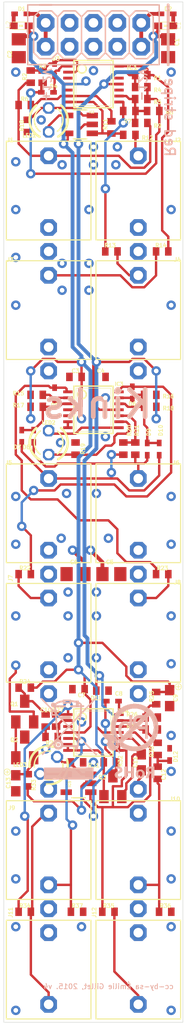
<source format=kicad_pcb>
(kicad_pcb (version 20211014) (generator pcbnew)
  (layers (0 "F.Cu" signal) (31 "B.Cu" signal) (34 "B.Paste" user) (35 "F.Paste" user) (36 "B.SilkS" user "B.Silkscreen") (37 "F.SilkS" user "F.Silkscreen") (38 "B.Mask" user) (39 "F.Mask" user) (44 "Edge.Cuts" user))
  (net 0 "")
  (net 1 "GND")
  (net 2 "VEE")
  (net 3 "VCC")
  (net 4 "N$6")
  (net 5 "N$20")
  (net 6 "N$29")
  (net 7 "N$14")
  (net 8 "N$30")
  (net 9 "N$19")
  (net 10 "N$3")
  (net 11 "B")
  (net 12 "N$18")
  (net 13 "A")
  (net 14 "N$9")
  (net 15 "N$11")
  (net 16 "N$25")
  (net 17 "N$26")
  (net 18 "N$28")
  (net 19 "N$32")
  (net 20 "N$33")
  (net 21 "N$34")
  (net 22 "N$35")
  (net 23 "N$38")
  (net 24 "N$21")
  (net 25 "N$39")
  (net 26 "N$23")
  (net 27 "N$24")
  (net 28 "N$27")
  (net 29 "N$36")
  (net 30 "N$37")
  (net 31 "N$40")
  (net 32 "N$41")
  (net 33 "N$42")
  (net 34 "N$43")
  (net 35 "N$45")
  (net 36 "N$48")
  (net 37 "N$49")
  (net 38 "N$51")
  (net 39 "N$46")
  (net 40 "N$50")
  (net 41 "N$13")
  (net 42 "N$16")
  (net 43 "N$22")
  (net 44 "N$44")
  (net 45 "N$47")
  (net 46 "N$8")
  (net 47 "N$12")
  (net 48 "N$31")
  (net 49 "N$1")
  (net 50 "N$2")
  (net 51 "N$4")
  (net 52 "N$5")
  (net 53 "N$10")
  (net 54 "N$15")
  (net 55 "N$7")
  (net 56 "N$17")
  (footprint "kinks_v41:R0402" (layer "F.Cu") (at 153.5911 63.64925)
    (fp_text reference "R9")
    (fp_text value "200k")
  )
  (footprint "kinks_v41:SOD523" (layer "F.Cu") (at 156.2898 52.06045)
    (fp_text reference "D2")
    (fp_text value "PMEG2010AEB" hide)
  )
  (footprint "kinks_v41:SOT23-5" (layer "F.Cu") (at 146.9235 133.81675 90)
    (fp_text reference "IC5")
    (fp_text value "LM321MF")
  )
  (footprint "kinks_v41:R0402" (layer "F.Cu") (at 150.2572 131.59415 180)
    (fp_text reference "R32")
    (fp_text value "1.0M")
  )
  (footprint "kinks_v41:SOD523" (layer "F.Cu") (at 156.6075 130.80075 90)
    (fp_text reference "D12")
    (fp_text value "1N4148" hide)
  )
  (footprint "kinks_v41:R0402" (layer "F.Cu") (at 141.2086 147.46925 180)
    (fp_text reference "R34")
    (fp_text value "180")
  )
  (footprint "kinks_v41:LED3MM" (layer "F.Cu") (at 143.7486 63.33175 90)
    (fp_text reference "LED1")
    (fp_text value "WP937EGW" hide)
  )
  (footprint "kinks_v41:C0402" (layer "F.Cu") (at 143.4313 127.14905 -90)
    (fp_text reference "C10")
    (fp_text value "100n")
  )
  (footprint "kinks_v41:SOD523" (layer "F.Cu") (at 143.6692 60.39505 180)
    (fp_text reference "D4")
    (fp_text value "1N4148" hide)
  )
  (footprint "kinks_v41:R0402" (layer "F.Cu") (at 152.3211 62.37925)
    (fp_text reference "R7")
    (fp_text value "200k")
  )
  (footprint "kinks_v41:C0402" (layer "F.Cu") (at 146.6061 90.63675 180)
    (fp_text reference "C3")
    (fp_text value "100n")
  )
  (footprint "kinks_v41:WQP_PJ_301M6" (layer "F.Cu") (at 153.2736 118.57675)
    (fp_text reference "J8")
    (fp_text value "PJ301_THONKICONN6" hide)
  )
  (footprint "kinks_v41:R0402" (layer "F.Cu") (at 150.0986 147.46925 180)
    (fp_text reference "R35")
    (fp_text value "180")
  )
  (footprint "kinks_v41:C0603" (layer "F.Cu") (at 140.2563 133.81675 -90)
    (fp_text reference "C13")
    (fp_text value "4.7u")
  )
  (footprint "kinks_v41:R0402" (layer "F.Cu") (at 150.4161 64.12545 90)
    (fp_text reference "R11")
    (fp_text value "200k")
  )
  (footprint "kinks_v41:WQP_PJ_301M6" (layer "F.Cu") (at 153.2736 84.28675)
    (fp_text reference "J4")
    (fp_text value "PJ301_THONKICONN6" hide)
  )
  (footprint "kinks_v41:TSSOP14" (layer "F.Cu") (at 148.5111 94.12925 -90)
    (fp_text reference "IC3")
    (fp_text value "TL074PW")
  )
  (footprint "kinks_v41:C0805" (layer "F.Cu") (at 150.4162 111.59155 180)
    (fp_text reference "C5")
    (fp_text value "22u")
  )
  (footprint "kinks_v41:R0402" (layer "F.Cu") (at 141.5261 63.96675 -90)
    (fp_text reference "R10")
    (fp_text value "1.0k")
  )
  (footprint "kinks_v41:R0402" (layer "F.Cu") (at 144.5423 127.14915 -90)
    (fp_text reference "R27")
    (fp_text value "1.5M")
  )
  (footprint "kinks_v41:R0402" (layer "F.Cu") (at 141.2086 111.59175)
    (fp_text reference "R22")
    (fp_text value "180")
  )
  (footprint "kinks_v41:TSSOP14" (layer "F.Cu") (at 148.5111 128.41935 -90)
    (fp_text reference "IC4")
    (fp_text value "OPA4171")
  )
  (footprint "kinks_v41:SOD523" (layer "F.Cu") (at 142.1611 96.98675 90)
    (fp_text reference "D8")
    (fp_text value "1N4148" hide)
  )
  (footprint "kinks_v41:0603" (layer "F.Cu") (at 140.7321 53.33055 180)
    (fp_text reference "L2")
    (fp_text value "")
  )
  (footprint "kinks_v41:SOD523" (layer "F.Cu") (at 152.6386 92.38295 90)
    (fp_text reference "D6")
    (fp_text value "1N4148" hide)
  )
  (footprint "kinks_v41:R0402" (layer "F.Cu") (at 155.8136 111.59175 180)
    (fp_text reference "R23")
    (fp_text value "180")
  )
  (footprint "kinks_v41:C0805" (layer "F.Cu") (at 156.4486 55.71165 90)
    (fp_text reference "C1")
    (fp_text value "22u")
  )
  (footprint "kinks_v41:R0402" (layer "F.Cu") (at 141.2086 61.74425 180)
    (fp_text reference "R6")
    (fp_text value "200k")
  )
  (footprint "kinks_v41:WQP_PJ_301M6" (layer "F.Cu") (at 143.7486 140.16675 180)
    (fp_text reference "J9")
    (fp_text value "PJ301_THONKICONN6" hide)
  )
  (footprint "kinks_v41:C0603" (layer "F.Cu") (at 153.5911 131.59425 -90)
    (fp_text reference "C11")
    (fp_text value "10n")
  )
  (footprint "kinks_v41:SOT23-BEC" (layer "F.Cu") (at 141.2087 130.00665)
    (fp_text reference "Q2")
    (fp_text value "MMBT3904")
  )
  (footprint "kinks_v41:R0402" (layer "F.Cu") (at 146.6061 98.25675 90)
    (fp_text reference "R19")
    (fp_text value "1.0k")
  )
  (footprint "kinks_v41:R0402" (layer "F.Cu") (at 143.1136 58.72795 90)
    (fp_text reference "R3")
    (fp_text value "100k")
  )
  (footprint "kinks_v41:R0402" (layer "F.Cu") (at 142.4786 93.81175 180)
    (fp_text reference "R17")
    (fp_text value "220k")
  )
  (footprint "kinks_v41:C0402" (layer "F.Cu") (at 146.9236 123.81545 180)
    (fp_text reference "C7")
    (fp_text value "100n")
  )
  (footprint "kinks_v41:WQP_PJ_301M6" (layer "F.Cu") (at 153.2736 71.58675)
    (fp_text reference "J2")
    (fp_text value "PJ301_THONKICONN6" hide)
  )
  (footprint "kinks_v41:WQP_PJ_301M6" (layer "F.Cu") (at 153.2736 140.16675 180)
    (fp_text reference "J10")
    (fp_text value "PJ301_THONKICONN6" hide)
  )
  (footprint "kinks_v41:R0402" (layer "F.Cu") (at 152.9561 98.25675 -90)
    (fp_text reference "R21")
    (fp_text value "1.0M")
  )
  (footprint "kinks_v41:TSSOP14" (layer "F.Cu") (at 148.5111 59.52175 -90)
    (fp_text reference "IC1")
    (fp_text value "TL074PW")
  )
  (footprint "kinks_v41:R0402" (layer "F.Cu") (at 152.3211 64.91925 180)
    (fp_text reference "R12")
    (fp_text value "180")
  )
  (footprint "kinks_v41:R0402" (layer "F.Cu") (at 154.7024 128.10185 180)
    (fp_text reference "R28")
    (fp_text value "100k")
  )
  (footprint "kinks_v41:SOD523" (layer "F.Cu") (at 150.5748 125.08525 180)
    (fp_text reference "D11")
    (fp_text value "1N4148" hide)
  )
  (footprint "kinks_v41:0603" (layer "F.Cu") (at 156.2898 53.33045)
    (fp_text reference "L1")
    (fp_text value "")
  )
  (footprint "kinks_v41:WQP_PJ_301M6" (layer "F.Cu") (at 153.2736 105.87675)
    (fp_text reference "J6")
    (fp_text value "PJ301_THONKICONN6" hide)
  )
  (footprint "kinks_v41:C0805" (layer "F.Cu") (at 146.6061 111.59165 180)
    (fp_text reference "C6")
    (fp_text value "22u")
  )
  (footprint "kinks_v41:R0402" (layer "F.Cu") (at 154.7023 126.83185 180)
    (fp_text reference "R26")
    (fp_text value "10k")
  )
  (footprint "kinks_v41:C0402" (layer "F.Cu") (at 149.4636 123.97425 180)
    (fp_text reference "C8")
    (fp_text value "100n")
  )
  (footprint "kinks_v41:R0402" (layer "F.Cu") (at 144.0661 128.89555 180)
    (fp_text reference "R29")
    (fp_text value "100k")
  )
  (footprint "kinks_v41:SOD523" (layer "F.Cu") (at 154.2261 98.25675 -90)
    (fp_text reference "D9")
    (fp_text value "1N4148" hide)
  )
  (footprint "kinks_v41:SOD523" (layer "F.Cu") (at 144.3836 57.93415 -90)
    (fp_text reference "D3")
    (fp_text value "1N4148")
  )
  (footprint "kinks_v41:R0402" (layer "F.Cu") (at 146.7649 147.46935)
    (fp_text reference "R37")
    (fp_text value "1.0M")
  )
  (footprint "kinks_v41:R0402" (layer "F.Cu") (at 155.1787 124.76795 90)
    (fp_text reference "R25")
    (fp_text value "1.0M")
  )
  (footprint "kinks_v41:C0805" (layer "F.Cu") (at 140.5734 55.71205 -90)
    (fp_text reference "C2")
    (fp_text value "22u")
  )
  (footprint "kinks_v41:SOT23-5" (layer "F.Cu") (at 147.0823 63.80805 90)
    (fp_text reference "IC2")
    (fp_text value "LM321MF")
  )
  (footprint "kinks_v41:R0402" (layer "F.Cu") (at 153.5911 61.10925)
    (fp_text reference "R5")
    (fp_text value "100k")
  )
  (footprint "kinks_v41:R0402" (layer "F.Cu") (at 155.3374 130.16545 90)
    (fp_text reference "R30")
    (fp_text value "10k")
  )
  (footprint "kinks_v41:R0402" (layer "F.Cu") (at 150.4161 77.30175 180)
    (fp_text reference "R13")
    (fp_text value "180")
  )
  (footprint "kinks_v41:R0402" (layer "F.Cu") (at 141.5261 133.49925 90)
    (fp_text reference "R33")
    (fp_text value "470k")
  )
  (footprint "kinks_v41:R0402" (layer "F.Cu") (at 153.5911 59.83925)
    (fp_text reference "R4")
    (fp_text value "100k")
  )
  (footprint "kinks_v41:SOD523" (layer "F.Cu") (at 144.3836 92.38305 -90)
    (fp_text reference "D5")
    (fp_text value "1N4148" hide)
  )
  (footprint "kinks_v41:R0402" (layer "F.Cu") (at 142.4786 92.54175 180)
    (fp_text reference "R15")
    (fp_text value "220k")
  )
  (footprint "kinks_v41:SOD523" (layer "F.Cu") (at 155.4961 98.25675 -90)
    (fp_text reference "D10")
    (fp_text value "1N4148" hide)
  )
  (footprint "kinks_v41:R0402" (layer "F.Cu") (at 153.5911 58.56925 180)
    (fp_text reference "R1")
    (fp_text value "200k")
  )
  (footprint "kinks_v41:SOT23-BEC" (layer "F.Cu") (at 141.2086 126.19675)
    (fp_text reference "Q1")
    (fp_text value "MMBT3904")
  )
  (footprint "kinks_v41:WQP_PJ_301M6" (layer "F.Cu") (at 153.2736 152.86675 180)
    (fp_text reference "J12")
    (fp_text value "PJ301_THONKICONN6" hide)
  )
  (footprint "kinks_v41:WQP_PJ_301M6" (layer "F.Cu") (at 143.7486 118.57675)
    (fp_text reference "J7")
    (fp_text value "PJ301_THONKICONN6" hide)
  )
  (footprint "kinks_v41:C0603" (layer "F.Cu") (at 156.6073 124.76795 -90)
    (fp_text reference "C9")
    (fp_text value "4.7u")
  )
  (footprint "kinks_v41:WQP_PJ_301M6" (layer "F.Cu") (at 143.7486 71.58675)
    (fp_text reference "J1")
    (fp_text value "PJ301_THONKICONN6" hide)
  )
  (footprint "kinks_v41:SOT23" (layer "F.Cu") (at 150.5747 134.13415)
    (fp_text reference "Q3")
    (fp_text value "MMBFJ309")
  )
  (footprint "kinks_v41:R0402" (layer "F.Cu") (at 154.8611 62.37925)
    (fp_text reference "R8")
    (fp_text value "100k")
  )
  (footprint "kinks_v41:WQP_PJ_301M6" (layer "F.Cu") (at 143.7486 152.86675 180)
    (fp_text reference "J11")
    (fp_text value "PJ301_THONKICONN6" hide)
  )
  (footprint "kinks_v41:LED3MM" (layer "F.Cu") (at 143.7486 97.62175 90)
    (fp_text reference "LED2")
    (fp_text value "WP937EGW" hide)
  )
  (footprint "kinks_v41:R0402" (layer "F.Cu") (at 146.7649 131.59415)
    (fp_text reference "R31")
    (fp_text value "1.0k")
  )
  (footprint "kinks_v41:WQP_PJ_301M6" (layer "F.Cu") (at 143.7486 84.28675)
    (fp_text reference "J3")
    (fp_text value "PJ301_THONKICONN6" hide)
  )
  (footprint "kinks_v41:C0402" (layer "F.Cu") (at 155.3374 132.70545 90)
    (fp_text reference "C12")
    (fp_text value "100p")
  )
  (footprint "kinks_v41:R0402" (layer "F.Cu") (at 156.1311 147.46925 180)
    (fp_text reference "R36")
    (fp_text value "100k")
  )
  (footprint "kinks_v41:R0402" (layer "F.Cu") (at 141.2086 123.65685)
    (fp_text reference "R24")
    (fp_text value "4.7k")
  )
  (footprint "kinks_v41:R0402" (layer "F.Cu") (at 141.8436 58.72795 -90)
    (fp_text reference "R2")
    (fp_text value "200k")
  )
  (footprint "kinks_v41:R0402" (layer "F.Cu") (at 154.5436 93.81175)
    (fp_text reference "R18")
    (fp_text value "220k")
  )
  (footprint "kinks_v41:R0402" (layer "F.Cu") (at 151.6861 98.25675 -90)
    (fp_text reference "R20")
    (fp_text value "1.0M")
  )
  (footprint "kinks_v41:R0402" (layer "F.Cu") (at 154.5436 92.54175)
    (fp_text reference "R16")
    (fp_text value "220k")
  )
  (footprint "kinks_v41:LED3MM" (layer "F.Cu") (at 143.7486 131.91175 -135)
    (fp_text reference "LED3")
    (fp_text value "WP937EGW" hide)
  )
  (footprint "kinks_v41:C0402" (layer "F.Cu") (at 149.1462 90.63675 180)
    (fp_text reference "C4")
    (fp_text value "100n")
  )
  (footprint "kinks_v41:SOD523" (layer "F.Cu") (at 140.7329 52.06035)
    (fp_text reference "D1")
    (fp_text value "PMEG2010AEB")
  )
  (footprint "kinks_v41:R0402" (layer "F.Cu") (at 155.8136 77.30175)
    (fp_text reference "R14")
    (fp_text value "180")
  )
  (footprint "kinks_v41:SOD523" (layer "F.Cu") (at 140.8911 96.98675 90)
    (fp_text reference "D7")
    (fp_text value "1N4148" hide)
  )
  (footprint "kinks_v41:WQP_PJ_301M6" (layer "F.Cu") (at 143.7486 105.87675)
    (fp_text reference "J5")
    (fp_text value "PJ301_THONKICONN6" hide)
  )
  (footprint "kinks_v41:AVR_ICSP" (layer "B.Cu") (at 148.5111 54.28295 -90)
    (fp_text reference "JP1" hide)
    (fp_text value "M05X2PTH" hide)
  )
  (footprint "kinks_v41:ROHS" (layer "B.Cu") (at 156.2898 133.97545 180)
    (fp_text reference "U$2" hide)
    (fp_text value "" hide)
  )
  (gr_line (start 141.5261 51.10785) (end 141.5262 57.45785) (layer "B.SilkS") (width 0.1524))
  (gr_line (start 155.4961 51.10785) (end 155.4961 57.45785) (layer "B.SilkS") (width 0.1524))
  (gr_line (start 141.5262 57.45785) (end 155.4961 57.45785) (layer "B.SilkS") (width 0.1524))
  (gr_line (start 156.4486 57.45785) (end 156.4486 51.10785) (layer "B.SilkS") (width 0.3048))
  (gr_line (start 141.5261 51.10785) (end 155.4961 51.10785) (layer "B.SilkS") (width 0.1524))
  (gr_circle (center 139.3417 132.62295) (end 139.6719 132.62295) (layer "F.SilkS") (width 0.0762) (fill none))
  (gr_line (start 157.3249 123.55515) (end 157.7313 123.55515) (layer "F.SilkS") (width 0.0762))
  (gr_line (start 157.5281 123.75835) (end 157.5281 123.35195) (layer "F.SilkS") (width 0.0762))
  (gr_circle (center 157.5281 123.55515) (end 157.8583 123.55515) (layer "F.SilkS") (width 0.0762) (fill none))
  (gr_line (start 139.3417 132.80075) (end 139.3417 132.44515) (layer "F.SilkS") (width 0.0762))
  (gr_line (start 139.1639 132.62295) (end 139.5195 132.62295) (layer "F.SilkS") (width 0.0762))
  (gr_line (start 138.9861 50.79045) (end 138.9861 159.21675) (layer "Edge.Cuts") (width 0.05))
  (gr_line (start 158.0161 159.21675) (end 158.0161 50.79045) (layer "Edge.Cuts") (width 0.05))
  (gr_line (start 158.0161 50.79045) (end 138.9861 50.79045) (layer "Edge.Cuts") (width 0.05))
  (gr_line (start 138.9861 159.21675) (end 158.0161 159.21675) (layer "Edge.Cuts") (width 0.05))
  (gr_text "Kinks" (at 155.02 95.24065) (layer "B.SilkS") (effects (font (size 2.89 2.89) (thickness 0.51)) (justify left bottom mirror)))
  (gr_text "+12V" (at 144.0661 57.77555 -90) (layer "B.SilkS") (effects (font (size 0.8636 0.8636) (thickness 0.1524)) (justify right top mirror)))
  (gr_text "cc-by-sa Émilie Gillet, 2015. v4" (at 157.0836 155.72425) (layer "B.SilkS") (effects (font (size 0.53975 0.53975) (thickness 0.09525)) (justify left bottom mirror)))
  (gr_text "-12V" (at 154.2261 57.77555 -90) (layer "B.SilkS") (effects (font (size 0.8636 0.8636) (thickness 0.1524)) (justify right top mirror)))
  (gr_text "Red stripe" (at 157.2423 58.72795 -90) (layer "B.SilkS") (effects (font (size 1.0795 1.0795) (thickness 0.1905)) (justify right top mirror)))
  (segment (start 142.1611 126.19675) (end 139.6211 126.19675) (width 0.254) (layer "F.Cu") (net 1))
  (segment (start 153.2736 133.49925) (end 153.5911 133.18175) (width 0.254) (layer "F.Cu") (net 1))
  (segment (start 142.1611 127.29425) (end 142.1611 126.19675) (width 0.254) (layer "F.Cu") (net 1))
  (segment (start 139.6211 126.19675) (end 139.6211 122.70425) (width 0.254) (layer "F.Cu") (net 1))
  (segment (start 139.6211 122.70425) (end 140.256 122.06935) (width 0.254) (layer "F.Cu") (net 1))
  (segment (start 153.5911 133.18175) (end 153.5911 132.44425) (width 0.254) (layer "F.Cu") (net 1))
  (segment (start 142.1586 127.29675) (end 142.1611 127.29425) (width 0.254) (layer "F.Cu") (net 1))
  (segment (start 140.256 122.06935) (end 140.256 121.27565) (width 0.254) (layer "F.Cu") (net 1))
  (segment (start 153.2736 134.45175) (end 153.2736 133.49925) (width 0.254) (layer "F.Cu") (net 1))
  (via (at 140.2562 103.33665) (size 1.008) (drill 0.5) (layers "F.Cu" "B.Cu") (net 1))
  (via (at 145.8123 120.48185) (size 1.008) (drill 0.5) (layers "F.Cu" "B.Cu") (net 1))
  (via (at 151.0511 66.18925) (size 1.008) (drill 0.5) (layers "F.Cu" "B.Cu") (net 1))
  (via (at 145.0821 107.78185) (size 1.008) (drill 0.5) (layers "F.Cu" "B.Cu") (net 1))
  (via (at 145.8123 116.03685) (size 1.008) (drill 0.5) (layers "F.Cu" "B.Cu") (net 1))
  (via (at 156.7661 121.11675) (size 1.008) (drill 0.5) (layers "F.Cu" "B.Cu") (net 1))
  (via (at 149.7811 92.85925) (size 1.008) (drill 0.5) (layers "F.Cu" "B.Cu") (net 1))
  (via (at 156.7662 103.33665) (size 1.008) (drill 0.5) (layers "F.Cu" "B.Cu") (net 1))
  (via (at 148.8285 113.49685) (size 1.008) (drill 0.5) (layers "F.Cu" "B.Cu") (net 1))
  (via (at 140.2561 116.03675) (size 1.008) (drill 0.5) (layers "F.Cu" "B.Cu") (net 1))
  (via (at 156.7661 132.54675) (size 1.008) (drill 0.5) (layers "F.Cu" "B.Cu") (net 1))
  (via (at 148.8285 120.48185) (size 1.008) (drill 0.5) (layers "F.Cu" "B.Cu") (net 1))
  (via (at 148.511 131.59445) (size 1.008) (drill 0.5) (layers "F.Cu" "B.Cu") (net 1))
  (via (at 156.7661 143.97675) (size 1.008) (drill 0.5) (layers "F.Cu" "B.Cu") (net 1))
  (via (at 148.5111 58.09305) (size 1.008) (drill 0.5) (layers "F.Cu" "B.Cu") (net 1))
  (via (at 149.7811 96.98675) (size 1.008) (drill 0.5) (layers "F.Cu" "B.Cu") (net 1))
  (via (at 140.2561 138.89675) (size 1.008) (drill 0.5) (layers "F.Cu" "B.Cu") (net 1))
  (via (at 156.7661 116.03675) (size 1.008) (drill 0.5) (layers "F.Cu" "B.Cu") (net 1))
  (via (at 148.0348 72.85675) (size 1.008) (drill 0.5) (layers "F.Cu" "B.Cu") (net 1))
  (via (at 148.0349 81.42925) (size 1.008) (drill 0.5) (layers "F.Cu" "B.Cu") (net 1))
  (via (at 147.2411 95.08175) (size 1.008) (drill 0.5) (layers "F.Cu" "B.Cu") (net 1))
  (via (at 150.8924 68.09425) (size 1.008) (drill 0.5) (layers "F.Cu" "B.Cu") (net 1))
  (via (at 156.7661 108.41675) (size 1.008) (drill 0.5) (layers "F.Cu" "B.Cu") (net 1))
  (via (at 147.2411 149.05675) (size 1.008) (drill 0.5) (layers "F.Cu" "B.Cu") (net 1))
  (via (at 145.8123 113.49685) (size 1.008) (drill 0.5) (layers "F.Cu" "B.Cu") (net 1))
  (via (at 147.241 127.30815) (size 1.008) (drill 0.5) (layers "F.Cu" "B.Cu") (net 1))
  (via (at 143.431 130.16565) (size 1.008) (drill 0.5) (layers "F.Cu" "B.Cu") (net 1))
  (via (at 140.2561 157.94675) (size 1.008) (drill 0.5) (layers "F.Cu" "B.Cu") (net 1))
  (via (at 156.7662 83.01665) (size 1.008) (drill 0.5) (layers "F.Cu" "B.Cu") (net 1))
  (via (at 145.1773 78.57175) (size 1.008) (drill 0.5) (layers "F.Cu" "B.Cu") (net 1))
  (via (at 148.0348 78.57175) (size 1.008) (drill 0.5) (layers "F.Cu" "B.Cu") (net 1))
  (via (at 156.7661 157.94675) (size 1.008) (drill 0.5) (layers "F.Cu" "B.Cu") (net 1))
  (via (at 145.1774 68.09425) (size 1.008) (drill 0.5) (layers "F.Cu" "B.Cu") (net 1))
  (via (at 156.7661 58.25175) (size 1.008) (drill 0.5) (layers "F.Cu" "B.Cu") (net 1))
  (via (at 140.2561 143.97675) (size 1.008) (drill 0.5) (layers "F.Cu" "B.Cu") (net 1))
  (via (at 156.7661 149.05675) (size 1.008) (drill 0.5) (layers "F.Cu" "B.Cu") (net 1))
  (via (at 145.1774 81.42925) (size 1.008) (drill 0.5) (layers "F.Cu" "B.Cu") (net 1))
  (via (at 148.8285 103.01935) (size 1.008) (drill 0.5) (layers "F.Cu" "B.Cu") (net 1))
  (via (at 148.8285 116.03685) (size 1.008) (drill 0.5) (layers "F.Cu" "B.Cu") (net 1))
  (via (at 140.2561 108.41675) (size 1.008) (drill 0.5) (layers "F.Cu" "B.Cu") (net 1))
  (via (at 156.7662 72.85665) (size 1.008) (drill 0.5) (layers "F.Cu" "B.Cu") (net 1))
  (via (at 140.2561 149.05675) (size 1.008) (drill 0.5) (layers "F.Cu" "B.Cu") (net 1))
  (via (at 140.256 121.27565) (size 1.008) (drill 0.5) (layers "F.Cu" "B.Cu") (net 1))
  (via (at 140.2561 58.25175) (size 1.008) (drill 0.5) (layers "F.Cu" "B.Cu") (net 1))
  (via (at 148.5112 66.18925) (size 1.008) (drill 0.5) (layers "F.Cu" "B.Cu") (net 1))
  (via (at 140.2562 67.77665) (size 1.008) (drill 0.5) (layers "F.Cu" "B.Cu") (net 1))
  (via (at 150.0985 107.78185) (size 1.008) (drill 0.5) (layers "F.Cu" "B.Cu") (net 1))
  (via (at 140.2562 77.93665) (size 1.008) (drill 0.5) (layers "F.Cu" "B.Cu") (net 1))
  (via (at 148.5111 68.09425) (size 1.008) (drill 0.5) (layers "F.Cu" "B.Cu") (net 1))
  (via (at 156.7661 138.89675) (size 1.008) (drill 0.5) (layers "F.Cu" "B.Cu") (net 1))
  (via (at 140.2562 72.85665) (size 1.008) (drill 0.5) (layers "F.Cu" "B.Cu") (net 1))
  (via (at 156.7661 128.73675) (size 1.008) (drill 0.5) (layers "F.Cu" "B.Cu") (net 1))
  (via (at 145.6535 103.01935) (size 1.008) (drill 0.5) (layers "F.Cu" "B.Cu") (net 1))
  (via (at 145.0186 97.62175) (size 1.008) (drill 0.5) (layers "F.Cu" "B.Cu") (net 1))
  (via (at 140.2562 83.01665) (size 1.008) (drill 0.5) (layers "F.Cu" "B.Cu") (net 1))
  (via (at 142.9549 63.33165) (size 1.008) (drill 0.5) (layers "F.Cu" "B.Cu") (net 1))
  (segment (start 148.8136 122.71925) (end 148.8136 123.97425) (width 0.254) (layer "F.Cu") (net 2))
  (segment (start 149.4637 128.41935) (end 151.2289 128.41935) (width 0.254) (layer "F.Cu") (net 2))
  (segment (start 155.1786 93.82675) (end 155.1936 93.81175) (width 0.254) (layer "F.Cu") (net 2))
  (segment (start 148.4962 90.63675) (end 148.4962 93.47935) (width 0.254) (layer "F.Cu") (net 2))
  (segment (start 148.8286 127.78425) (end 149.4637 128.41935) (width 0.254) (layer "F.Cu") (net 2))
  (segment (start 155.1936 93.81175) (end 155.1936 92.54175) (width 0.254) (layer "F.Cu") (net 2))
  (segment (start 149.6224 59.52175) (end 151.2289 59.52175) (width 0.254) (layer "F.Cu") (net 2))
  (segment (start 148.4962 93.47935) (end 149.1461 94.12925) (width 0.254) (layer "F.Cu") (net 2))
  (segment (start 154.8611 54.44175) (end 156.1287 54.44175) (width 0.4064) (layer "F.Cu") (net 2))
  (segment (start 149.4636 111.58895) (end 149.4662 111.59155) (width 0.254) (layer "F.Cu") (net 2))
  (segment (start 156.1287 54.44175) (end 156.4486 54.76165) (width 0.4064) (layer "F.Cu") (net 2))
  (segment (start 149.1461 122.38675) (end 148.8136 122.71925) (width 0.254) (layer "F.Cu") (net 2))
  (segment (start 146.9236 64.44305) (end 147.5586 63.80805) (width 0.254) (layer "F.Cu") (net 2))
  (segment (start 148.8136 123.97425) (end 148.8286 123.98925) (width 0.254) (layer "F.Cu") (net 2))
  (segment (start 147.2411 135.40425) (end 147.2411 134.13425) (width 0.254) (layer "F.Cu") (net 2))
  (segment (start 155.3898 53.91305) (end 155.3898 53.33045) (width 0.4064) (layer "F.Cu") (net 2))
  (segment (start 148.8286 123.98925) (end 148.8286 127.78425) (width 0.254) (layer "F.Cu") (net 2))
  (segment (start 155.1786 95.08175) (end 155.1786 93.82675) (width 0.254) (layer "F.Cu") (net 2))
  (segment (start 148.5111 136.67425) (end 147.2411 135.40425) (width 0.254) (layer "F.Cu") (net 2))
  (segment (start 147.5586 63.80805) (end 148.3883 63.80805) (width 0.254) (layer "F.Cu") (net 2))
  (segment (start 148.1936 109.05175) (end 149.4636 110.32175) (width 0.4064) (layer "F.Cu") (net 2))
  (segment (start 147.5586 133.81675) (end 148.2295 133.81675) (width 0.254) (layer "F.Cu") (net 2))
  (segment (start 154.8611 54.44175) (end 155.3898 53.91305) (width 0.4064) (layer "F.Cu") (net 2))
  (segment (start 148.5111 137.30925) (end 148.5111 136.67425) (width 0.254) (layer "F.Cu") (net 2))
  (segment (start 153.9086 88.73175) (end 155.1786 90.00175) (width 0.254) (layer "F.Cu") (net 2))
  (segment (start 152.3211 89.04925) (end 152.6386 88.73175) (width 0.254) (layer "F.Cu") (net 2))
  (segment (start 148.8286 89.04925) (end 152.3211 89.04925) (width 0.254) (layer "F.Cu") (net 2))
  (segment (start 152.6386 88.73175) (end 153.9086 88.73175) (width 0.254) (layer "F.Cu") (net 2))
  (segment (start 148.8286 89.04925) (end 148.4962 89.38165) (width 0.254) (layer "F.Cu") (net 2))
  (segment (start 149.1461 94.12925) (end 151.2289 94.12925) (width 0.254) (layer "F.Cu") (net 2))
  (segment (start 146.9236 65.87175) (end 146.9236 64.44305) (width 0.254) (layer "F.Cu") (net 2))
  (segment (start 149.4636 110.32175) (end 149.4636 111.58895) (width 0.4064) (layer "F.Cu") (net 2))
  (segment (start 148.4962 89.38165) (end 148.4962 90.63675) (width 0.254) (layer "F.Cu") (net 2))
  (segment (start 147.2411 134.13425) (end 147.5586 133.81675) (width 0.254) (layer "F.Cu") (net 2))
  (segment (start 151.2289 128.41935) (end 151.2288 128.41925) (width 0.254) (layer "F.Cu") (net 2))
  (via (at 149.6224 59.52175) (size 1.008) (drill 0.5) (layers "F.Cu" "B.Cu") (net 2))
  (via (at 148.1936 109.05175) (size 1.008) (drill 0.5) (layers "F.Cu" "B.Cu") (net 2))
  (via (at 155.1786 95.08175) (size 1.008) (drill 0.5) (layers "F.Cu" "B.Cu") (net 2))
  (via (at 148.5111 137.30925) (size 1.008) (drill 0.5) (layers "F.Cu" "B.Cu") (net 2))
  (via (at 149.1461 122.38675) (size 1.008) (drill 0.5) (layers "F.Cu" "B.Cu") (net 2))
  (via (at 148.8286 89.04925) (size 1.008) (drill 0.5) (layers "F.Cu" "B.Cu") (net 2))
  (via (at 154.8611 54.44175) (size 1.008) (drill 0.5) (layers "F.Cu" "B.Cu") (net 2))
  (via (at 155.1786 90.00175) (size 1.008) (drill 0.5) (layers "F.Cu" "B.Cu") (net 2))
  (via (at 146.9236 65.87175) (size 1.008) (drill 0.5) (layers "F.Cu" "B.Cu") (net 2))
  (segment (start 146.9236 62.22055) (end 149.6224 59.52175) (width 0.4064) (layer "B.Cu") (net 2))
  (segment (start 147.5586 109.05175) (end 147.5586 101.90805) (width 0.4064) (layer "B.Cu") (net 2))
  (segment (start 147.5586 101.90805) (end 147.5587 99.52675) (width 0.4064) (layer "B.Cu") (net 2))
  (segment (start 148.5111 98.57415) (end 148.8286 98.25665) (width 0.4064) (layer "B.Cu") (net 2))
  (segment (start 149.6224 59.52175) (end 150.8924 58.25175) (width 0.4064) (layer "B.Cu") (net 2))
  (segment (start 149.4636 122.70425) (end 149.1461 122.38675) (width 0.254) (layer "B.Cu") (net 2))
  (segment (start 149.4636 125.56175) (end 149.4636 122.70425) (width 0.254) (layer "B.Cu") (net 2))
  (segment (start 148.5111 134.13425) (end 150.7336 131.91175) (width 0.254) (layer "B.Cu") (net 2))
  (segment (start 155.1786 56.66425) (end 155.1786 55.07675) (width 0.4064) (layer "B.Cu") (net 2))
  (segment (start 150.7336 131.91175) (end 150.7336 126.67295) (width 0.254) (layer "B.Cu") (net 2))
  (segment (start 147.5586 109.05175) (end 148.1936 109.05175) (width 0.4064) (layer "B.Cu") (net 2))
  (segment (start 154.8611 54.75925) (end 154.8611 54.44175) (width 0.4064) (layer "B.Cu") (net 2))
  (segment (start 147.5586 118.10045) (end 147.5586 109.05175) (width 0.4064) (layer "B.Cu") (net 2))
  (segment (start 150.8924 58.25175) (end 153.2736 58.25175) (width 0.4064) (layer "B.Cu") (net 2))
  (segment (start 147.5587 99.52675) (end 148.5111 98.57415) (width 0.4064) (layer "B.Cu") (net 2))
  (segment (start 153.2736 58.25175) (end 155.1786 56.66425) (width 0.4064) (layer "B.Cu") (net 2))
  (segment (start 146.9236 87.14425) (end 146.9236 65.87175) (width 0.4064) (layer "B.Cu") (net 2))
  (segment (start 148.5111 137.30925) (end 148.5111 134.13425) (width 0.254) (layer "B.Cu") (net 2))
  (segment (start 146.9236 65.87175) (end 146.9236 62.22055) (width 0.4064) (layer "B.Cu") (net 2))
  (segment (start 155.1786 90.00175) (end 155.1786 95.08175) (width 0.254) (layer "B.Cu") (net 2))
  (segment (start 155.1786 55.07675) (end 154.8611 54.75925) (width 0.4064) (layer "B.Cu") (net 2))
  (segment (start 147.8761 121.11675) (end 147.8761 118.41795) (width 0.4064) (layer "B.Cu") (net 2))
  (segment (start 150.7336 126.67295) (end 149.4636 125.56175) (width 0.254) (layer "B.Cu") (net 2))
  (segment (start 148.8286 98.25665) (end 148.8286 89.04925) (width 0.4064) (layer "B.Cu") (net 2))
  (segment (start 148.8286 89.04925) (end 146.9236 87.14425) (width 0.4064) (layer "B.Cu") (net 2))
  (segment (start 147.8761 118.41795) (end 147.5586 118.10045) (width 0.4064) (layer "B.Cu") (net 2))
  (segment (start 149.1461 122.38675) (end 147.8761 121.11675) (width 0.4064) (layer "B.Cu") (net 2))
  (segment (start 147.2411 89.04925) (end 144.7011 89.04925) (width 0.254) (layer "F.Cu") (net 3))
  (segment (start 147.5586 128.41925) (end 145.7934 128.41925) (width 0.254) (layer "F.Cu") (net 3))
  (segment (start 145.7934 128.41925) (end 145.7933 128.41935) (width 0.254) (layer "F.Cu") (net 3))
  (segment (start 142.1611 54.44175) (end 141.6321 53.91275) (width 0.4064) (layer "F.Cu") (net 3))
  (segment (start 147.5586 110.32175) (end 147.5586 111.58915) (width 0.4064) (layer "F.Cu") (net 3))
  (segment (start 143.1136 123.02175) (end 142.4786 123.65675) (width 0.254) (layer "F.Cu") (net 3))
  (segment (start 144.3836 123.02175) (end 143.1136 123.02175) (width 0.254) (layer "F.Cu") (net 3))
  (segment (start 145.6536 121.75175) (end 144.3836 123.02175) (width 0.254) (layer "F.Cu") (net 3))
  (segment (start 155.1787 124.11795) (end 155.1786 123.91785) (width 0.254) (layer "F.Cu") (net 3))
  (segment (start 147.2411 89.04925) (end 147.2411 90.62175) (width 0.254) (layer "F.Cu") (net 3))
  (segment (start 156.4073 124.11795) (end 155.1787 124.11795) (width 0.254) (layer "F.Cu") (net 3))
  (segment (start 143.1136 88.73175) (end 141.8436 90.00175) (width 0.254) (layer "F.Cu") (net 3))
  (segment (start 146.9235 121.75175) (end 146.9236 121.75175) (width 0.254) (layer "F.Cu") (net 3))
  (segment (start 145.7763 65.43155) (end 145.7763 64.75805) (width 0.254) (layer "F.Cu") (net 3))
  (segment (start 141.5261 135.08675) (end 142.1611 135.72175) (width 0.254) (layer "F.Cu") (net 3))
  (segment (start 141.5261 134.14925) (end 141.5261 135.08675) (width 0.254) (layer "F.Cu") (net 3))
  (segment (start 141.8436 95.08175) (end 141.8286 95.06675) (width 0.254) (layer "F.Cu") (net 3))
  (segment (start 141.8286 95.06675) (end 141.8286 93.81175) (width 0.254) (layer "F.Cu") (net 3))
  (segment (start 146.9236 94.12925) (end 145.7933 94.12925) (width 0.254) (layer "F.Cu") (net 3))
  (segment (start 147.2561 93.79675) (end 146.9236 94.12925) (width 0.254) (layer "F.Cu") (net 3))
  (segment (start 145.6536 135.72175) (end 146.2886 135.72175) (width 0.254) (layer "F.Cu") (net 3))
  (segment (start 147.5586 123.98925) (end 147.5586 124.29175) (width 0.254) (layer "F.Cu") (net 3))
  (segment (start 156.6073 123.91795) (end 156.4073 124.11795) (width 0.254) (layer "F.Cu") (net 3))
  (segment (start 146.2886 135.72175) (end 147.2411 136.67425) (width 0.254) (layer "F.Cu") (net 3))
  (segment (start 156.6073 123.18045) (end 156.6073 123.91795) (width 0.254) (layer "F.Cu") (net 3))
  (segment (start 147.5736 123.81545) (end 147.5586 123.98925) (width 0.254) (layer "F.Cu") (net 3))
  (segment (start 152.6386 123.02175) (end 156.4486 123.02175) (width 0.254) (layer "F.Cu") (net 3))
  (segment (start 142.1611 135.72175) (end 145.6536 135.72175) (width 0.254) (layer "F.Cu") (net 3))
  (segment (start 145.6536 135.72175) (end 145.6536 134.80285) (width 0.254) (layer "F.Cu") (net 3))
  (segment (start 141.8286 93.81175) (end 141.8286 92.54175) (width 0.254) (layer "F.Cu") (net 3))
  (segment (start 156.4486 123.02175) (end 156.6073 123.18045) (width 0.254) (layer "F.Cu") (net 3))
  (segment (start 146.9235 121.75175) (end 147.5736 122.40185) (width 0.254) (layer "F.Cu") (net 3))
  (segment (start 147.5586 124.29175) (end 148.1936 124.92675) (width 0.254) (layer "F.Cu") (net 3))
  (segment (start 142.4786 123.65675) (end 141.8587 123.65675) (width 0.254) (layer "F.Cu") (net 3))
  (segment (start 146.9235 121.75175) (end 145.6536 121.75175) (width 0.254) (layer "F.Cu") (net 3))
  (segment (start 147.5586 111.58915) (end 147.5561 111.59165) (width 0.254) (layer "F.Cu") (net 3))
  (segment (start 144.3836 88.73175) (end 143.1136 88.73175) (width 0.254) (layer "F.Cu") (net 3))
  (segment (start 152.0036 122.38675) (end 152.6386 123.02175) (width 0.254) (layer "F.Cu") (net 3))
  (segment (start 146.9236 118.89425) (end 149.4636 118.89425) (width 0.254) (layer "F.Cu") (net 3))
  (segment (start 149.4636 118.89425) (end 152.0036 121.43425) (width 0.254) (layer "F.Cu") (net 3))
  (segment (start 147.2561 90.63675) (end 147.2561 93.79675) (width 0.254) (layer "F.Cu") (net 3))
  (segment (start 145.3361 65.87175) (end 145.7763 65.43155) (width 0.254) (layer "F.Cu") (net 3))
  (segment (start 145.6536 134.80285) (end 145.6175 134.76675) (width 0.254) (layer "F.Cu") (net 3))
  (segment (start 147.7173 59.20425) (end 147.3998 59.52175) (width 0.254) (layer "F.Cu") (net 3))
  (segment (start 140.8937 54.44175) (end 140.5734 54.76205) (width 0.4064) (layer "F.Cu") (net 3))
  (segment (start 148.1936 124.92675) (end 148.1936 127.78425) (width 0.254) (layer "F.Cu") (net 3))
  (segment (start 148.1936 127.78425) (end 147.5586 128.41925) (width 0.254) (layer "F.Cu") (net 3))
  (segment (start 146.2886 109.05175) (end 147.5586 110.32175) (width 0.4064) (layer "F.Cu") (net 3))
  (segment (start 141.8587 123.65675) (end 141.8586 123.65685) (width 0.254) (layer "F.Cu") (net 3))
  (segment (start 147.5736 122.40185) (end 147.5736 123.81545) (width 0.254) (layer "F.Cu") (net 3))
  (segment (start 147.3998 59.52175) (end 145.7933 59.52175) (width 0.254) (layer "F.Cu") (net 3))
  (segment (start 142.1611 54.44175) (end 140.8937 54.44175) (width 0.4064) (layer "F.Cu") (net 3))
  (segment (start 152.0036 121.43425) (end 152.0036 122.38675) (width 0.254) (layer "F.Cu") (net 3))
  (segment (start 147.2411 90.62175) (end 147.2561 90.63675) (width 0.254) (layer "F.Cu") (net 3))
  (segment (start 141.6321 53.91275) (end 141.6321 53.33055) (width 0.4064) (layer "F.Cu") (net 3))
  (segment (start 144.7011 89.04925) (end 144.3836 88.73175) (width 0.254) (layer "F.Cu") (net 3))
  (via (at 147.2411 136.67425) (size 1.008) (drill 0.5) (layers "F.Cu" "B.Cu") (net 3))
  (via (at 147.2411 89.04925) (size 1.008) (drill 0.5) (layers "F.Cu" "B.Cu") (net 3))
  (via (at 141.8436 90.00175) (size 1.008) (drill 0.5) (layers "F.Cu" "B.Cu") (net 3))
  (via (at 146.9236 118.89425) (size 1.008) (drill 0.5) (layers "F.Cu" "B.Cu") (net 3))
  (via (at 147.7173 59.20425) (size 1.008) (drill 0.5) (layers "F.Cu" "B.Cu") (net 3))
  (via (at 146.2886 109.05175) (size 1.008) (drill 0.5) (layers "F.Cu" "B.Cu") (net 3))
  (via (at 146.9235 121.75175) (size 1.008) (drill 0.5) (layers "F.Cu" "B.Cu") (net 3))
  (via (at 142.1611 54.44175) (size 1.008) (drill 0.5) (layers "F.Cu" "B.Cu") (net 3))
  (via (at 145.3361 65.87175) (size 1.008) (drill 0.5) (layers "F.Cu" "B.Cu") (net 3))
  (via (at 141.8436 95.08175) (size 1.008) (drill 0.5) (layers "F.Cu" "B.Cu") (net 3))
  (segment (start 146.9236 109.05175) (end 146.9236 99.20925) (width 0.4064) (layer "B.Cu") (net 3))
  (segment (start 146.2886 66.82425) (end 145.3361 65.87175) (width 0.4064) (layer "B.Cu") (net 3))
  (segment (start 145.3361 59.52175) (end 144.0661 58.25175) (width 0.4064) (layer "B.Cu") (net 3))
  (segment (start 147.2411 88.41425) (end 146.2886 87.46175) (width 0.4064) (layer "B.Cu") (net 3))
  (segment (start 146.9236 118.89425) (end 146.9235 118.89435) (width 0.4064) (layer "B.Cu") (net 3))
  (segment (start 141.8436 56.98175) (end 141.8436 54.75925) (width 0.4064) (layer "B.Cu") (net 3))
  (segment (start 147.2411 136.67425) (end 147.2411 134.45175) (width 0.254) (layer "B.Cu") (net 3))
  (segment (start 146.9236 99.20925) (end 148.1936 97.93925) (width 0.4064) (layer "B.Cu") (net 3))
  (segment (start 145.3361 65.87175) (end 145.3361 59.52175) (width 0.4064) (layer "B.Cu") (net 3))
  (segment (start 147.2411 89.04925) (end 147.2411 88.41425) (width 0.4064) (layer "B.Cu") (net 3))
  (segment (start 146.9236 121.75165) (end 146.9236 118.89425) (width 0.4064) (layer "B.Cu") (net 3))
  (segment (start 146.9236 118.89425) (end 146.9236 109.05175) (width 0.4064) (layer "B.Cu") (net 3))
  (segment (start 148.8286 129.68925) (end 148.8286 123.65685) (width 0.254) (layer "B.Cu") (net 3))
  (segment (start 147.3998 59.52175) (end 147.7173 59.20425) (width 0.254) (layer "B.Cu") (net 3))
  (segment (start 148.1936 97.93925) (end 148.1936 90.00175) (width 0.4064) (layer "B.Cu") (net 3))
  (segment (start 143.1136 58.25175) (end 141.8436 56.98175) (width 0.4064) (layer "B.Cu") (net 3))
  (segment (start 146.9235 121.75175) (end 146.9235 121.75185) (width 0.4064) (layer "B.Cu") (net 3))
  (segment (start 148.1936 90.00175) (end 147.2411 89.04925) (width 0.4064) (layer "B.Cu") (net 3))
  (segment (start 147.2411 134.45175) (end 149.4636 132.22925) (width 0.254) (layer "B.Cu") (net 3))
  (segment (start 141.8436 90.00175) (end 141.8436 95.08175) (width 0.254) (layer "B.Cu") (net 3))
  (segment (start 149.4636 132.22925) (end 149.4636 130.32425) (width 0.254) (layer "B.Cu") (net 3))
  (segment (start 145.3361 59.52175) (end 147.3998 59.52175) (width 0.254) (layer "B.Cu") (net 3))
  (segment (start 148.8286 123.65685) (end 146.9235 121.75175) (width 0.254) (layer "B.Cu") (net 3))
  (segment (start 146.9236 109.05175) (end 146.2886 109.05175) (width 0.4064) (layer "B.Cu") (net 3))
  (segment (start 141.8436 54.75925) (end 142.1611 54.44175) (width 0.4064) (layer "B.Cu") (net 3))
  (segment (start 146.9235 121.75175) (end 146.9236 121.75165) (width 0.4064) (layer "B.Cu") (net 3))
  (segment (start 146.2886 87.46175) (end 146.2886 66.82425) (width 0.4064) (layer "B.Cu") (net 3))
  (segment (start 149.4636 130.32425) (end 148.8286 129.68925) (width 0.254) (layer "B.Cu") (net 3))
  (segment (start 144.0661 58.25175) (end 143.1136 58.25175) (width 0.4064) (layer "B.Cu") (net 3))
  (segment (start 143.4311 55.55295) (end 143.4311 53.01295) (width 0.4064) (layer "F.Cu") (net 4))
  (segment (start 142.4785 52.06045) (end 141.4329 52.06035) (width 0.4064) (layer "F.Cu") (net 4))
  (segment (start 143.4311 53.01295) (end 142.4785 52.06045) (width 0.4064) (layer "F.Cu") (net 4))
  (segment (start 153.5911 55.55295) (end 153.5911 53.01295) (width 0.4064) (layer "F.Cu") (net 5))
  (segment (start 153.5911 53.01295) (end 154.5436 52.06045) (width 0.4064) (layer "F.Cu") (net 5))
  (segment (start 154.5436 52.06045) (end 155.6898 52.06045) (width 0.4064) (layer "F.Cu") (net 5))
  (segment (start 150.7336 96.98675) (end 151.0511 96.66925) (width 0.254) (layer "F.Cu") (net 6))
  (segment (start 151.0511 96.66925) (end 152.0036 96.66925) (width 0.254) (layer "F.Cu") (net 6))
  (segment (start 152.3211 96.35175) (end 152.3211 95.71675) (width 0.254) (layer "F.Cu") (net 6))
  (segment (start 148.8136 98.90675) (end 149.7811 97.93925) (width 0.254) (layer "F.Cu") (net 6))
  (segment (start 152.3211 95.71675) (end 152.0036 95.39925) (width 0.254) (layer "F.Cu") (net 6))
  (segment (start 150.7336 97.62175) (end 150.7336 96.98675) (width 0.254) (layer "F.Cu") (net 6))
  (segment (start 152.0036 95.39925) (end 151.2289 95.39925) (width 0.254) (layer "F.Cu") (net 6))
  (segment (start 152.0036 96.66925) (end 152.3211 96.35175) (width 0.254) (layer "F.Cu") (net 6))
  (segment (start 150.4161 97.93925) (end 150.7336 97.62175) (width 0.254) (layer "F.Cu") (net 6))
  (segment (start 146.5911 98.89175) (end 146.6061 98.90675) (width 0.254) (layer "F.Cu") (net 6))
  (segment (start 146.6061 98.90675) (end 148.8136 98.90675) (width 0.254) (layer "F.Cu") (net 6))
  (segment (start 149.7811 97.93925) (end 150.4161 97.93925) (width 0.254) (layer "F.Cu") (net 6))
  (segment (start 143.7486 98.89175) (end 146.5911 98.89175) (width 0.254) (layer "F.Cu") (net 6))
  (segment (start 146.6061 96.66925) (end 147.2411 96.03425) (width 0.254) (layer "F.Cu") (net 7))
  (segment (start 144.0661 96.66925) (end 146.6061 96.66925) (width 0.254) (layer "F.Cu") (net 7))
  (segment (start 147.2411 96.03425) (end 151.2289 96.03425) (width 0.254) (layer "F.Cu") (net 7))
  (segment (start 143.7486 96.35175) (end 144.0661 96.66925) (width 0.254) (layer "F.Cu") (net 7))
  (segment (start 145.5606 132.80985) (end 145.6175 132.86675) (width 0.254) (layer "F.Cu") (net 8))
  (segment (start 142.850571 132.809779) (end 145.5606 132.80985) (width 0.254) (layer "F.Cu") (net 8))
  (segment (start 148.227 132.86425) (end 148.2295 132.86675) (width 0.254) (layer "F.Cu") (net 9))
  (segment (start 146.1149 131.59415) (end 145.227 131.59415) (width 0.254) (layer "F.Cu") (net 9))
  (segment (start 147.2411 132.86425) (end 148.227 132.86425) (width 0.254) (layer "F.Cu") (net 9))
  (segment (start 146.1149 131.73805) (end 147.2411 132.86425) (width 0.254) (layer "F.Cu") (net 9))
  (segment (start 145.227 131.59415) (end 144.646625 131.013725) (width 0.254) (layer "F.Cu") (net 9))
  (segment (start 146.1149 131.59415) (end 146.1149 131.73805) (width 0.254) (layer "F.Cu") (net 9))
  (segment (start 151.2289 130.32435) (end 151.2099 130.34335) (width 0.254) (layer "F.Cu") (net 10))
  (segment (start 152.3211 128.41925) (end 152.1624 128.41925) (width 0.254) (layer "F.Cu") (net 10))
  (segment (start 149.4636 147.45425) (end 149.4636 136.35675) (width 0.254) (layer "F.Cu") (net 10))
  (segment (start 153.9086 135.72175) (end 154.5436 135.08675) (width 0.254) (layer "F.Cu") (net 10))
  (segment (start 149.4636 136.35675) (end 150.5749 136.35675) (width 0.254) (layer "F.Cu") (net 10))
  (segment (start 148.1936 134.96135) (end 148.2295 134.76675) (width 0.254) (layer "F.Cu") (net 10))
  (segment (start 151.2289 130.32435) (end 151.2289 129.68935) (width 0.254) (layer "F.Cu") (net 10))
  (segment (start 151.229 130.32425) (end 151.2289 130.32415) (width 0.254) (layer "F.Cu") (net 10))
  (segment (start 150.5749 136.35675) (end 152.1623 136.35675) (width 0.254) (layer "F.Cu") (net 10))
  (segment (start 151.2289 129.68935) (end 151.229 129.68925) (width 0.254) (layer "F.Cu") (net 10))
  (segment (start 148.9874 136.35675) (end 148.1936 135.56295) (width 0.254) (layer "F.Cu") (net 10))
  (segment (start 152.0036 130.32425) (end 151.229 130.32425) (width 0.254) (layer "F.Cu") (net 10))
  (segment (start 150.5749 136.35675) (end 150.5749 134.13425) (width 0.254) (layer "F.Cu") (net 10))
  (segment (start 150.5749 134.13425) (end 151.5273 134.13425) (width 0.254) (layer "F.Cu") (net 10))
  (segment (start 152.1623 136.35675) (end 152.7973 135.72175) (width 0.254) (layer "F.Cu") (net 10))
  (segment (start 154.5438 133.65815) (end 154.5438 130.00695) (width 0.254) (layer "F.Cu") (net 10))
  (segment (start 152.0036 133.02305) (end 152.0036 130.32425) (width 0.254) (layer "F.Cu") (net 10))
  (segment (start 153.2737 128.73675) (end 152.9561 128.41915) (width 0.254) (layer "F.Cu") (net 10))
  (segment (start 149.4636 136.35675) (end 148.9874 136.35675) (width 0.254) (layer "F.Cu") (net 10))
  (segment (start 153.5911 129.05425) (end 153.2737 128.73675) (width 0.254) (layer "F.Cu") (net 10))
  (segment (start 151.5273 134.13425) (end 151.5273 133.49925) (width 0.254) (layer "F.Cu") (net 10))
  (segment (start 154.5438 130.00695) (end 153.5911 129.05425) (width 0.254) (layer "F.Cu") (net 10))
  (segment (start 152.7973 135.72175) (end 153.9086 135.72175) (width 0.254) (layer "F.Cu") (net 10))
  (segment (start 154.5436 135.08675) (end 154.5436 133.65795) (width 0.254) (layer "F.Cu") (net 10))
  (segment (start 152.9561 128.41915) (end 152.3211 128.41925) (width 0.254) (layer "F.Cu") (net 10))
  (segment (start 151.5273 133.49925) (end 152.0036 133.02305) (width 0.254) (layer "F.Cu") (net 10))
  (segment (start 154.5436 133.65795) (end 154.5438 133.65815) (width 0.254) (layer "F.Cu") (net 10))
  (segment (start 149.4486 147.46925) (end 149.4636 147.45425) (width 0.254) (layer "F.Cu") (net 10))
  (segment (start 151.229 130.32425) (end 151.2289 130.32435) (width 0.254) (layer "F.Cu") (net 10))
  (segment (start 148.1936 135.56295) (end 148.1936 134.96135) (width 0.254) (layer "F.Cu") (net 10))
  (segment (start 152.9561 99.84425) (end 153.2736 99.84425) (width 0.254) (layer "F.Cu") (net 11))
  (segment (start 153.2736 99.84425) (end 153.2736 101.43175) (width 0.254) (layer "F.Cu") (net 11))
  (segment (start 153.2736 99.84425) (end 153.9086 99.84425) (width 0.254) (layer "F.Cu") (net 11))
  (segment (start 143.4311 100.16175) (end 144.3836 100.16175) (width 0.254) (layer "F.Cu") (net 11))
  (segment (start 152.9561 99.84425) (end 152.9561 98.90675) (width 0.254) (layer "F.Cu") (net 11))
  (segment (start 153.9086 99.84425) (end 154.2261 99.52675) (width 0.254) (layer "F.Cu") (net 11))
  (segment (start 144.7011 99.84425) (end 152.9561 99.84425) (width 0.254) (layer "F.Cu") (net 11))
  (segment (start 154.2261 99.52675) (end 154.2261 98.95675) (width 0.254) (layer "F.Cu") (net 11))
  (segment (start 144.3836 100.16175) (end 144.7011 99.84425) (width 0.254) (layer "F.Cu") (net 11))
  (segment (start 142.1611 98.89175) (end 143.4311 100.16175) (width 0.254) (layer "F.Cu") (net 11))
  (segment (start 142.1611 98.89175) (end 142.1611 97.58675) (width 0.254) (layer "F.Cu") (net 11))
  (segment (start 152.9561 97.60675) (end 151.6861 97.60675) (width 0.254) (layer "F.Cu") (net 12))
  (segment (start 152.9561 95.39925) (end 152.9561 97.60675) (width 0.254) (layer "F.Cu") (net 12))
  (segment (start 151.2289 94.76425) (end 152.3211 94.76425) (width 0.254) (layer "F.Cu") (net 12))
  (segment (start 152.3211 94.76425) (end 152.9561 95.39925) (width 0.254) (layer "F.Cu") (net 12))
  (segment (start 150.4161 101.43175) (end 151.0511 101.43175) (width 0.254) (layer "F.Cu") (net 13))
  (segment (start 152.3211 102.70175) (end 153.9086 102.70175) (width 0.254) (layer "F.Cu") (net 13))
  (segment (start 140.8911 98.57425) (end 140.8911 97.58675) (width 0.254) (layer "F.Cu") (net 13))
  (segment (start 151.0511 101.43175) (end 152.3211 102.70175) (width 0.254) (layer "F.Cu") (net 13))
  (segment (start 155.4961 101.11425) (end 155.4961 98.95675) (width 0.254) (layer "F.Cu") (net 13))
  (segment (start 153.9086 102.70175) (end 155.4961 101.11425) (width 0.254) (layer "F.Cu") (net 13))
  (segment (start 143.7486 101.43175) (end 150.4161 101.43175) (width 0.254) (layer "F.Cu") (net 13))
  (segment (start 150.4161 98.89175) (end 151.6711 98.89175) (width 0.254) (layer "F.Cu") (net 13))
  (segment (start 150.4161 101.43175) (end 150.4161 100.79675) (width 0.254) (layer "F.Cu") (net 13))
  (segment (start 151.6711 98.89175) (end 151.6861 98.90675) (width 0.254) (layer "F.Cu") (net 13))
  (segment (start 143.7486 101.43175) (end 140.8911 98.57425) (width 0.254) (layer "F.Cu") (net 13))
  (via (at 150.4161 98.89175) (size 1.008) (drill 0.5) (layers "F.Cu" "B.Cu") (net 13))
  (via (at 150.4161 100.79675) (size 1.008) (drill 0.5) (layers "F.Cu" "B.Cu") (net 13))
  (segment (start 150.4161 100.79675) (end 150.4161 98.89175) (width 0.254) (layer "B.Cu") (net 13))
  (segment (start 143.7486 62.06175) (end 146.6061 62.06175) (width 0.254) (layer "F.Cu") (net 14))
  (segment (start 141.6999 63.31675) (end 142.9549 62.06175) (width 0.254) (layer "F.Cu") (net 14))
  (segment (start 142.9549 62.06175) (end 143.7486 62.06175) (width 0.254) (layer "F.Cu") (net 14))
  (segment (start 146.6061 62.06175) (end 147.4024 62.85805) (width 0.254) (layer "F.Cu") (net 14))
  (segment (start 147.4024 62.85805) (end 148.3883 62.85805) (width 0.254) (layer "F.Cu") (net 14))
  (segment (start 141.5261 63.31675) (end 141.6999 63.31675) (width 0.254) (layer "F.Cu") (net 14))
  (segment (start 143.7486 63.96675) (end 144.8573 62.85805) (width 0.254) (layer "F.Cu") (net 15))
  (segment (start 143.7486 64.60175) (end 143.7486 63.96675) (width 0.254) (layer "F.Cu") (net 15))
  (segment (start 144.8573 62.85805) (end 145.7763 62.85805) (width 0.254) (layer "F.Cu") (net 15))
  (segment (start 143.1136 58.07795) (end 143.8574 57.33415) (width 0.254) (layer "F.Cu") (net 16))
  (segment (start 146.7649 58.09295) (end 146.6061 58.25175) (width 0.254) (layer "F.Cu") (net 16))
  (segment (start 143.8574 57.33415) (end 144.3836 57.33415) (width 0.254) (layer "F.Cu") (net 16))
  (segment (start 146.6061 58.25175) (end 145.7933 58.25175) (width 0.254) (layer "F.Cu") (net 16))
  (segment (start 146.7649 57.14055) (end 146.7649 58.09295) (width 0.254) (layer "F.Cu") (net 16))
  (segment (start 144.736 56.98175) (end 146.6061 56.98175) (width 0.254) (layer "F.Cu") (net 16))
  (segment (start 146.6061 56.98175) (end 146.7649 57.14055) (width 0.254) (layer "F.Cu") (net 16))
  (segment (start 144.3836 57.33415) (end 144.736 56.98175) (width 0.254) (layer "F.Cu") (net 16))
  (segment (start 143.1136 58.07795) (end 141.8436 58.07795) (width 0.254) (layer "F.Cu") (net 16))
  (segment (start 144.5424 58.09295) (end 144.8599 58.09295) (width 0.254) (layer "F.Cu") (net 17))
  (segment (start 144.2249 60.35075) (end 144.3836 60.19205) (width 0.254) (layer "F.Cu") (net 17))
  (segment (start 144.8599 58.09295) (end 144.8599 57.93425) (width 0.254) (layer "F.Cu") (net 17))
  (segment (start 144.2692 60.39505) (end 144.2249 60.35075) (width 0.254) (layer "F.Cu") (net 17))
  (segment (start 145.1774 57.61675) (end 145.7933 57.61675) (width 0.254) (layer "F.Cu") (net 17))
  (segment (start 144.3836 60.19205) (end 144.3836 58.63415) (width 0.254) (layer "F.Cu") (net 17))
  (segment (start 144.3836 58.25175) (end 144.5424 58.09295) (width 0.254) (layer "F.Cu") (net 17))
  (segment (start 144.8599 57.93425) (end 145.1774 57.61675) (width 0.254) (layer "F.Cu") (net 17))
  (segment (start 144.3836 58.63415) (end 144.3836 58.25175) (width 0.254) (layer "F.Cu") (net 17))
  (segment (start 152.9411 58.56925) (end 152.9411 59.83925) (width 0.254) (layer "F.Cu") (net 18))
  (segment (start 151.2289 58.25175) (end 152.0036 58.25175) (width 0.254) (layer "F.Cu") (net 18))
  (segment (start 152.3211 58.56925) (end 152.9411 58.56925) (width 0.254) (layer "F.Cu") (net 18))
  (segment (start 152.0036 58.25175) (end 152.3211 58.56925) (width 0.254) (layer "F.Cu") (net 18))
  (segment (start 153.9086 81.11175) (end 155.1636 79.85675) (width 0.254) (layer "F.Cu") (net 19))
  (segment (start 155.1636 79.85675) (end 155.1636 77.30175) (width 0.254) (layer "F.Cu") (net 19))
  (segment (start 152.6386 81.11175) (end 153.9086 81.11175) (width 0.254) (layer "F.Cu") (net 19))
  (segment (start 143.7486 79.84175) (end 151.3686 79.84175) (width 0.254) (layer "F.Cu") (net 19))
  (segment (start 151.3686 79.84175) (end 152.6386 81.11175) (width 0.254) (layer "F.Cu") (net 19))
  (segment (start 152.3208 61.10895) (end 152.0036 60.79175) (width 0.254) (layer "F.Cu") (net 20))
  (segment (start 152.9411 61.10925) (end 152.9408 61.10895) (width 0.254) (layer "F.Cu") (net 20))
  (segment (start 152.9711 62.37925) (end 152.9411 62.34925) (width 0.254) (layer "F.Cu") (net 20))
  (segment (start 152.9711 62.37925) (end 154.2111 62.37925) (width 0.254) (layer "F.Cu") (net 20))
  (segment (start 152.9411 62.34925) (end 152.9411 61.10925) (width 0.254) (layer "F.Cu") (net 20))
  (segment (start 152.9408 61.10895) (end 152.3208 61.10895) (width 0.254) (layer "F.Cu") (net 20))
  (segment (start 152.9411 63.64925) (end 152.9711 63.61925) (width 0.254) (layer "F.Cu") (net 20))
  (segment (start 152.9711 63.61925) (end 152.9711 62.37925) (width 0.254) (layer "F.Cu") (net 20))
  (segment (start 152.0036 60.79175) (end 151.2289 60.79175) (width 0.254) (layer "F.Cu") (net 20))
  (segment (start 151.0661 78.58675) (end 151.0661 77.30175) (width 0.254) (layer "F.Cu") (net 21))
  (segment (start 152.3211 79.84175) (end 153.2736 79.84175) (width 0.254) (layer "F.Cu") (net 21))
  (segment (start 151.0661 78.58675) (end 152.3211 79.84175) (width 0.254) (layer "F.Cu") (net 21))
  (segment (start 149.7661 77.30175) (end 149.7811 77.28675) (width 0.254) (layer "F.Cu") (net 22))
  (segment (start 149.7811 77.28675) (end 149.7811 70.63425) (width 0.254) (layer "F.Cu") (net 22))
  (segment (start 151.6861 61.42675) (end 151.2289 61.42675) (width 0.254) (layer "F.Cu") (net 22))
  (segment (start 151.6711 62.37925) (end 151.6861 62.36425) (width 0.254) (layer "F.Cu") (net 22))
  (segment (start 151.6861 63.64925) (end 151.6711 63.34675) (width 0.254) (layer "F.Cu") (net 22))
  (segment (start 151.6711 63.34675) (end 151.6711 62.37925) (width 0.254) (layer "F.Cu") (net 22))
  (segment (start 151.6861 62.36425) (end 151.6861 61.42675) (width 0.254) (layer "F.Cu") (net 22))
  (via (at 149.7811 70.63425) (size 1.008) (drill 0.5) (layers "F.Cu" "B.Cu") (net 22))
  (via (at 151.6861 63.64925) (size 1.008) (drill 0.5) (layers "F.Cu" "B.Cu") (net 22))
  (segment (start 149.7811 70.63425) (end 149.7811 65.55425) (width 0.254) (layer "B.Cu") (net 22))
  (segment (start 149.7811 65.55425) (end 151.6861 63.64925) (width 0.254) (layer "B.Cu") (net 22))
  (segment (start 154.2261 63.66425) (end 154.2411 63.64925) (width 0.254) (layer "F.Cu") (net 23))
  (segment (start 141.3524 59.37795) (end 141.8436 59.37795) (width 0.254) (layer "F.Cu") (net 23))
  (segment (start 153.9086 68.41175) (end 154.5436 67.77675) (width 0.254) (layer "F.Cu") (net 23))
  (segment (start 140.5586 60.17175) (end 141.3524 59.37795) (width 0.254) (layer "F.Cu") (net 23))
  (segment (start 140.5586 65.85675) (end 141.8436 67.14175) (width 0.254) (layer "F.Cu") (net 23))
  (segment (start 152.4799 68.41175) (end 153.9086 68.41175) (width 0.254) (layer "F.Cu") (net 23))
  (segment (start 143.7486 67.14175) (end 151.2099 67.14175) (width 0.254) (layer "F.Cu") (net 23))
  (segment (start 151.2099 67.14175) (end 152.4799 68.41175) (width 0.254) (layer "F.Cu") (net 23))
  (segment (start 140.5586 65.85675) (end 140.5586 61.74425) (width 0.254) (layer "F.Cu") (net 23))
  (segment (start 154.5436 63.98175) (end 154.2261 63.66425) (width 0.254) (layer "F.Cu") (net 23))
  (segment (start 141.8436 67.14175) (end 143.7486 67.14175) (width 0.254) (layer "F.Cu") (net 23))
  (segment (start 154.5436 67.77675) (end 154.5436 63.98175) (width 0.254) (layer "F.Cu") (net 23))
  (segment (start 140.5586 61.74425) (end 140.5586 60.17175) (width 0.254) (layer "F.Cu") (net 23))
  (segment (start 142.9549 61.10925) (end 144.7011 61.10925) (width 0.254) (layer "F.Cu") (net 24))
  (segment (start 145.0186 60.79175) (end 145.7933 60.79175) (width 0.254) (layer "F.Cu") (net 24))
  (segment (start 150.4161 62.37925) (end 150.4161 63.47545) (width 0.254) (layer "F.Cu") (net 24))
  (segment (start 141.8586 61.74425) (end 142.3199 61.74425) (width 0.254) (layer "F.Cu") (net 24))
  (segment (start 148.8286 60.79175) (end 150.4161 62.37925) (width 0.254) (layer "F.Cu") (net 24))
  (segment (start 144.7011 61.10925) (end 145.0186 60.79175) (width 0.254) (layer "F.Cu") (net 24))
  (segment (start 141.8586 61.74425) (end 141.8436 61.74425) (width 0.254) (layer "F.Cu") (net 24))
  (segment (start 142.3199 61.74425) (end 142.9549 61.10925) (width 0.254) (layer "F.Cu") (net 24))
  (segment (start 145.7933 60.79175) (end 148.8286 60.79175) (width 0.254) (layer "F.Cu") (net 24))
  (segment (start 155.5111 62.37925) (end 155.5111 61.44175) (width 0.254) (layer "F.Cu") (net 25))
  (segment (start 141.8436 69.04675) (end 154.0674 69.04675) (width 0.254) (layer "F.Cu") (net 25))
  (segment (start 155.1786 61.10925) (end 154.2411 61.10925) (width 0.254) (layer "F.Cu") (net 25))
  (segment (start 155.5111 61.44175) (end 155.1786 61.10925) (width 0.254) (layer "F.Cu") (net 25))
  (segment (start 155.1786 64.91925) (end 155.5111 64.58675) (width 0.254) (layer "F.Cu") (net 25))
  (segment (start 142.9692 59.52235) (end 143.1136 59.37795) (width 0.254) (layer "F.Cu") (net 25))
  (segment (start 155.1786 67.93555) (end 155.1786 64.91925) (width 0.254) (layer "F.Cu") (net 25))
  (segment (start 154.0674 69.04675) (end 155.1786 67.93555) (width 0.254) (layer "F.Cu") (net 25))
  (segment (start 141.8436 60.47425) (end 141.9228 60.39505) (width 0.254) (layer "F.Cu") (net 25))
  (segment (start 141.9228 60.39505) (end 142.9692 60.39505) (width 0.254) (layer "F.Cu") (net 25))
  (segment (start 155.5111 64.58675) (end 155.5111 62.37925) (width 0.254) (layer "F.Cu") (net 25))
  (segment (start 142.9692 60.39505) (end 142.9692 59.52235) (width 0.254) (layer "F.Cu") (net 25))
  (segment (start 154.2411 61.10925) (end 154.2411 59.83925) (width 0.254) (layer "F.Cu") (net 25))
  (via (at 141.8436 69.04675) (size 1.008) (drill 0.5) (layers "F.Cu" "B.Cu") (net 25))
  (via (at 141.8436 60.47425) (size 1.008) (drill 0.5) (layers "F.Cu" "B.Cu") (net 25))
  (segment (start 141.8436 69.04675) (end 141.8436 60.47425) (width 0.254) (layer "B.Cu") (net 25))
  (segment (start 145.7933 61.42675) (end 148.5111 61.42675) (width 0.254) (layer "F.Cu") (net 26))
  (segment (start 151.5273 64.77545) (end 151.6711 64.91925) (width 0.254) (layer "F.Cu") (net 26))
  (segment (start 150.4161 64.77545) (end 151.5273 64.77545) (width 0.254) (layer "F.Cu") (net 26))
  (segment (start 149.4636 64.76045) (end 148.3907 64.76045) (width 0.254) (layer "F.Cu") (net 26))
  (segment (start 149.4636 64.76045) (end 150.4011 64.76045) (width 0.254) (layer "F.Cu") (net 26))
  (segment (start 149.4636 62.37925) (end 149.4636 64.76045) (width 0.254) (layer "F.Cu") (net 26))
  (segment (start 148.5111 61.42675) (end 149.4636 62.37925) (width 0.254) (layer "F.Cu") (net 26))
  (segment (start 148.3907 64.76045) (end 148.3883 64.75805) (width 0.254) (layer "F.Cu") (net 26))
  (segment (start 150.4011 64.76045) (end 150.4161 64.77545) (width 0.254) (layer "F.Cu") (net 26))
  (segment (start 152.9711 66.83925) (end 152.9711 64.91925) (width 0.254) (layer "F.Cu") (net 27))
  (segment (start 153.2736 67.14175) (end 152.9711 66.83925) (width 0.254) (layer "F.Cu") (net 27))
  (segment (start 155.8136 65.23675) (end 156.4486 64.60175) (width 0.254) (layer "F.Cu") (net 28))
  (segment (start 156.4636 77.30175) (end 156.4636 75.72925) (width 0.254) (layer "F.Cu") (net 28))
  (segment (start 156.4486 64.60175) (end 156.4486 59.83925) (width 0.254) (layer "F.Cu") (net 28))
  (segment (start 153.9086 57.61675) (end 151.2289 57.61675) (width 0.254) (layer "F.Cu") (net 28))
  (segment (start 154.8611 58.56925) (end 154.2411 58.56925) (width 0.254) (layer "F.Cu") (net 28))
  (segment (start 154.2411 57.94925) (end 153.9086 57.61675) (width 0.254) (layer "F.Cu") (net 28))
  (segment (start 156.4486 59.83925) (end 154.8611 58.56925) (width 0.254) (layer "F.Cu") (net 28))
  (segment (start 155.8136 75.07925) (end 155.8136 65.23675) (width 0.254) (layer "F.Cu") (net 28))
  (segment (start 154.2411 58.56925) (end 154.2411 57.94925) (width 0.254) (layer "F.Cu") (net 28))
  (segment (start 156.4636 75.72925) (end 155.8136 75.07925) (width 0.254) (layer "F.Cu") (net 28))
  (segment (start 140.5586 147.46925) (end 140.5586 146.21425) (width 0.254) (layer "F.Cu") (net 29))
  (segment (start 140.5586 146.21425) (end 141.5261 145.24675) (width 0.254) (layer "F.Cu") (net 29))
  (segment (start 141.5261 137.62675) (end 141.2086 137.30925) (width 0.254) (layer "F.Cu") (net 29))
  (segment (start 145.8124 125.56175) (end 145.8124 126.49525) (width 0.254) (layer "F.Cu") (net 29))
  (segment (start 145.8124 126.49525) (end 145.7933 126.51435) (width 0.254) (layer "F.Cu") (net 29))
  (segment (start 145.7933 126.51435) (end 145.7932 126.51425) (width 0.254) (layer "F.Cu") (net 29))
  (segment (start 144.5575 126.51435) (end 144.5423 126.49915) (width 0.254) (layer "F.Cu") (net 29))
  (segment (start 141.5261 145.24675) (end 141.5261 137.62675) (width 0.254) (layer "F.Cu") (net 29))
  (segment (start 145.7933 126.51435) (end 144.5575 126.51435) (width 0.254) (layer "F.Cu") (net 29))
  (via (at 145.8124 125.56175) (size 1.008) (drill 0.5) (layers "F.Cu" "B.Cu") (net 29))
  (via (at 141.2086 137.30925) (size 1.008) (drill 0.5) (layers "F.Cu" "B.Cu") (net 29))
  (segment (start 141.2086 130.16545) (end 145.3361 126.03805) (width 0.254) (layer "B.Cu") (net 29))
  (segment (start 145.3361 126.03805) (end 145.8124 125.56175) (width 0.254) (layer "B.Cu") (net 29))
  (segment (start 141.2086 137.30925) (end 141.2086 130.16545) (width 0.254) (layer "B.Cu") (net 29))
  (segment (start 142.0024 138.42055) (end 143.4312 136.99175) (width 0.254) (layer "F.Cu") (net 30))
  (segment (start 143.7486 157.31175) (end 143.7486 156.04175) (width 0.254) (layer "F.Cu") (net 30))
  (segment (start 143.4312 136.99175) (end 143.7486 136.99175) (width 0.254) (layer "F.Cu") (net 30))
  (segment (start 141.8586 147.46925) (end 142.0024 147.41305) (width 0.254) (layer "F.Cu") (net 30))
  (segment (start 141.8586 154.15175) (end 141.8586 147.46925) (width 0.254) (layer "F.Cu") (net 30))
  (segment (start 143.7486 156.04175) (end 141.8586 154.15175) (width 0.254) (layer "F.Cu") (net 30))
  (segment (start 142.0024 147.41305) (end 142.0024 138.42055) (width 0.254) (layer "F.Cu") (net 30))
  (segment (start 147.2411 129.37175) (end 146.9236 129.37175) (width 0.254) (layer "F.Cu") (net 31))
  (segment (start 146.1149 143.51545) (end 146.1149 138.43545) (width 0.254) (layer "F.Cu") (net 31))
  (segment (start 146.1149 144.61175) (end 143.7486 144.61175) (width 0.254) (layer "F.Cu") (net 31))
  (segment (start 146.6061 129.05425) (end 145.7934 129.05425) (width 0.254) (layer "F.Cu") (net 31))
  (segment (start 146.1149 144.29425) (end 146.1149 143.51545) (width 0.254) (layer "F.Cu") (net 31))
  (segment (start 146.1149 138.43545) (end 146.2886 138.26175) (width 0.254) (layer "F.Cu") (net 31))
  (segment (start 146.1149 144.61175) (end 146.1149 144.29425) (width 0.254) (layer "F.Cu") (net 31))
  (segment (start 146.1149 147.46935) (end 146.1149 144.61175) (width 0.254) (layer "F.Cu") (net 31))
  (segment (start 146.9236 129.37175) (end 146.6061 129.05425) (width 0.254) (layer "F.Cu") (net 31))
  (segment (start 145.7934 129.05425) (end 145.7933 129.05435) (width 0.254) (layer "F.Cu") (net 31))
  (via (at 147.2411 129.37175) (size 1.008) (drill 0.5) (layers "F.Cu" "B.Cu") (net 31))
  (via (at 146.2886 138.26175) (size 1.008) (drill 0.5) (layers "F.Cu" "B.Cu") (net 31))
  (segment (start 146.2886 138.26175) (end 146.2885 138.26175) (width 0.254) (layer "B.Cu") (net 31))
  (segment (start 145.6536 137.62685) (end 145.6536 132.22925) (width 0.254) (layer "B.Cu") (net 31))
  (segment (start 146.2885 138.26175) (end 145.6536 137.62685) (width 0.254) (layer "B.Cu") (net 31))
  (segment (start 147.2411 130.64175) (end 147.2411 129.37175) (width 0.254) (layer "B.Cu") (net 31))
  (segment (start 145.6536 132.22925) (end 147.2411 130.64175) (width 0.254) (layer "B.Cu") (net 31))
  (segment (start 148.9874 130.32425) (end 146.9236 130.32425) (width 0.254) (layer "F.Cu") (net 32))
  (segment (start 146.9236 130.32425) (end 146.9237 130.32435) (width 0.254) (layer "F.Cu") (net 32))
  (segment (start 149.6072 131.59415) (end 149.6224 131.57895) (width 0.254) (layer "F.Cu") (net 32))
  (segment (start 149.6072 135.21665) (end 149.6072 131.59415) (width 0.254) (layer "F.Cu") (net 32))
  (segment (start 146.9237 130.32435) (end 145.7933 130.32435) (width 0.254) (layer "F.Cu") (net 32))
  (segment (start 145.7933 130.32435) (end 145.7934 130.32425) (width 0.254) (layer "F.Cu") (net 32))
  (segment (start 149.6224 130.95925) (end 148.9874 130.32425) (width 0.254) (layer "F.Cu") (net 32))
  (segment (start 145.7933 130.32435) (end 145.7933 129.68935) (width 0.254) (layer "F.Cu") (net 32))
  (segment (start 149.6224 131.57895) (end 149.6224 130.95925) (width 0.254) (layer "F.Cu") (net 32))
  (segment (start 149.6247 135.23415) (end 149.6072 135.21665) (width 0.254) (layer "F.Cu") (net 32))
  (segment (start 150.5747 133.03415) (end 150.9072 132.70165) (width 0.254) (layer "F.Cu") (net 33))
  (segment (start 149.7811 125.17895) (end 149.8748 125.08525) (width 0.254) (layer "F.Cu") (net 33))
  (segment (start 150.9072 132.70165) (end 150.9072 131.59415) (width 0.254) (layer "F.Cu") (net 33))
  (segment (start 150.5747 133.03415) (end 150.5897 133.01915) (width 0.254) (layer "F.Cu") (net 33))
  (segment (start 150.9072 131.59415) (end 150.9072 131.29155) (width 0.254) (layer "F.Cu") (net 33))
  (segment (start 150.9072 131.29155) (end 149.7811 130.16545) (width 0.254) (layer "F.Cu") (net 33))
  (segment (start 149.7811 127.46675) (end 149.7811 125.17895) (width 0.254) (layer "F.Cu") (net 33))
  (segment (start 149.7811 130.16545) (end 149.7811 129.37175) (width 0.254) (layer "F.Cu") (net 33))
  (via (at 149.7811 127.46675) (size 1.008) (drill 0.5) (layers "F.Cu" "B.Cu") (net 33))
  (via (at 149.7811 129.37175) (size 1.008) (drill 0.5) (layers "F.Cu" "B.Cu") (net 33))
  (segment (start 149.7811 129.37175) (end 149.7811 127.46675) (width 0.254) (layer "B.Cu") (net 33))
  (segment (start 151.2289 126.51435) (end 151.2289 125.13935) (width 0.254) (layer "F.Cu") (net 34))
  (segment (start 151.2289 126.51435) (end 151.2288 126.51425) (width 0.254) (layer "F.Cu") (net 34))
  (segment (start 151.2289 125.13935) (end 151.1748 125.08525) (width 0.254) (layer "F.Cu") (net 34))
  (segment (start 152.6386 129.05425) (end 151.229 129.05425) (width 0.254) (layer "F.Cu") (net 35))
  (segment (start 152.6386 130.95925) (end 152.8536 130.74425) (width 0.254) (layer "F.Cu") (net 35))
  (segment (start 152.8536 130.74425) (end 153.5911 130.74425) (width 0.254) (layer "F.Cu") (net 35))
  (segment (start 151.229 129.05425) (end 151.2289 129.05435) (width 0.254) (layer "F.Cu") (net 35))
  (segment (start 151.6861 135.07275) (end 151.6861 134.76925) (width 0.254) (layer "F.Cu") (net 35))
  (segment (start 152.6386 133.18175) (end 152.6386 130.95925) (width 0.254) (layer "F.Cu") (net 35))
  (segment (start 151.6861 134.76925) (end 152.0036 134.45175) (width 0.254) (layer "F.Cu") (net 35))
  (segment (start 153.5911 130.74425) (end 153.5911 130.00675) (width 0.254) (layer "F.Cu") (net 35))
  (segment (start 152.0036 134.45175) (end 152.0036 133.81675) (width 0.254) (layer "F.Cu") (net 35))
  (segment (start 151.5247 135.23415) (end 151.6861 135.07275) (width 0.254) (layer "F.Cu") (net 35))
  (segment (start 152.0036 133.81675) (end 152.6386 133.18175) (width 0.254) (layer "F.Cu") (net 35))
  (segment (start 153.5911 130.00675) (end 152.6386 129.05425) (width 0.254) (layer "F.Cu") (net 35))
  (segment (start 150.7336 147.48425) (end 150.7486 147.46925) (width 0.254) (layer "F.Cu") (net 36))
  (segment (start 153.2736 156.35925) (end 150.7336 153.81925) (width 0.254) (layer "F.Cu") (net 36))
  (segment (start 153.2736 157.31175) (end 153.2736 156.35925) (width 0.254) (layer "F.Cu") (net 36))
  (segment (start 150.7336 153.81925) (end 150.7336 147.48425) (width 0.254) (layer "F.Cu") (net 36))
  (segment (start 155.4961 147.45425) (end 155.4811 147.46925) (width 0.254) (layer "F.Cu") (net 37))
  (segment (start 155.4961 133.97555) (end 155.3374 133.81685) (width 0.254) (layer "F.Cu") (net 37))
  (segment (start 155.4961 144.61175) (end 155.4961 133.97555) (width 0.254) (layer "F.Cu") (net 37))
  (segment (start 155.4961 144.61175) (end 155.4961 147.45425) (width 0.254) (layer "F.Cu") (net 37))
  (segment (start 153.2736 144.61175) (end 155.4961 144.61175) (width 0.254) (layer "F.Cu") (net 37))
  (segment (start 155.3374 133.81685) (end 155.3374 133.35545) (width 0.254) (layer "F.Cu") (net 37))
  (segment (start 156.5728 131.43545) (end 155.3373 131.43545) (width 0.254) (layer "F.Cu") (net 38))
  (segment (start 155.3373 131.43545) (end 155.3374 131.43555) (width 0.254) (layer "F.Cu") (net 38))
  (segment (start 156.6075 131.40075) (end 156.5728 131.43545) (width 0.254) (layer "F.Cu") (net 38))
  (segment (start 155.3374 131.43555) (end 155.3374 132.05545) (width 0.254) (layer "F.Cu") (net 38))
  (segment (start 155.3373 131.43545) (end 155.3374 130.81545) (width 0.254) (layer "F.Cu") (net 38))
  (segment (start 154.0524 128.10185) (end 154.0524 128.23075) (width 0.254) (layer "F.Cu") (net 39))
  (segment (start 154.0523 128.10175) (end 154.0524 128.10185) (width 0.254) (layer "F.Cu") (net 39))
  (segment (start 153.4324 128.10175) (end 154.0523 128.10175) (width 0.254) (layer "F.Cu") (net 39))
  (segment (start 153.115 127.78435) (end 153.4324 128.10175) (width 0.254) (layer "F.Cu") (net 39))
  (segment (start 151.2289 127.78435) (end 153.115 127.78435) (width 0.254) (layer "F.Cu") (net 39))
  (segment (start 151.2289 127.78435) (end 151.229 127.78425) (width 0.254) (layer "F.Cu") (net 39))
  (segment (start 154.0524 128.23075) (end 155.3374 129.51545) (width 0.254) (layer "F.Cu") (net 39))
  (segment (start 151.2289 127.14935) (end 151.229 127.14925) (width 0.254) (layer "F.Cu") (net 40))
  (segment (start 153.4323 126.83185) (end 154.0523 126.83185) (width 0.254) (layer "F.Cu") (net 40))
  (segment (start 151.229 127.14925) (end 153.1149 127.14925) (width 0.254) (layer "F.Cu") (net 40))
  (segment (start 154.0523 126.05305) (end 154.5436 125.56175) (width 0.254) (layer "F.Cu") (net 40))
  (segment (start 155.1788 125.61805) (end 155.1787 125.41795) (width 0.254) (layer "F.Cu") (net 40))
  (segment (start 155.1225 125.56175) (end 155.1788 125.61805) (width 0.254) (layer "F.Cu") (net 40))
  (segment (start 153.1149 127.14925) (end 153.4323 126.83185) (width 0.254) (layer "F.Cu") (net 40))
  (segment (start 154.0523 126.83185) (end 154.0523 126.05305) (width 0.254) (layer "F.Cu") (net 40))
  (segment (start 154.5436 125.56175) (end 155.1225 125.56175) (width 0.254) (layer "F.Cu") (net 40))
  (segment (start 143.4313 128.88035) (end 143.4313 127.79905) (width 0.254) (layer "F.Cu") (net 41))
  (segment (start 143.4161 128.89555) (end 143.4313 128.88035) (width 0.254) (layer "F.Cu") (net 41))
  (segment (start 144.7161 128.89555) (end 144.7161 127.97295) (width 0.254) (layer "F.Cu") (net 42))
  (segment (start 144.5423 127.79915) (end 144.5423 127.78435) (width 0.254) (layer "F.Cu") (net 42))
  (segment (start 144.5423 127.78435) (end 145.1774 127.14925) (width 0.254) (layer "F.Cu") (net 42))
  (segment (start 145.7932 127.14925) (end 145.7933 127.14935) (width 0.254) (layer "F.Cu") (net 42))
  (segment (start 145.1774 127.14925) (end 145.7932 127.14925) (width 0.254) (layer "F.Cu") (net 42))
  (segment (start 144.7161 127.97295) (end 144.5423 127.79915) (width 0.254) (layer "F.Cu") (net 42))
  (segment (start 140.0321 53.33055) (end 140.0321 52.31995) (width 0.4064) (layer "F.Cu") (net 43))
  (segment (start 140.0321 52.31995) (end 140.1329 52.06035) (width 0.4064) (layer "F.Cu") (net 43))
  (segment (start 156.9898 53.33045) (end 156.9898 52.06045) (width 0.4064) (layer "F.Cu") (net 44))
  (segment (start 141.8436 114.13175) (end 140.5586 112.84675) (width 0.254) (layer "F.Cu") (net 45))
  (segment (start 140.5586 112.84675) (end 140.5586 111.59175) (width 0.254) (layer "F.Cu") (net 45))
  (segment (start 143.7486 114.13175) (end 141.8436 114.13175) (width 0.254) (layer "F.Cu") (net 45))
  (segment (start 140.2587 131.10665) (end 140.2586 131.10655) (width 0.254) (layer "F.Cu") (net 46))
  (segment (start 140.2586 131.10655) (end 140.2586 127.29675) (width 0.254) (layer "F.Cu") (net 46))
  (segment (start 142.0024 131.91175) (end 142.0024 131.26295) (width 0.254) (layer "F.Cu") (net 47))
  (segment (start 140.3738 132.84925) (end 141.5261 132.84925) (width 0.254) (layer "F.Cu") (net 47))
  (segment (start 140.2563 132.96675) (end 140.3738 132.84925) (width 0.254) (layer "F.Cu") (net 47))
  (segment (start 141.5261 132.38805) (end 142.0024 131.91175) (width 0.254) (layer "F.Cu") (net 47))
  (segment (start 141.5261 132.84925) (end 141.5261 132.38805) (width 0.254) (layer "F.Cu") (net 47))
  (segment (start 142.0024 131.26295) (end 142.1587 131.10665) (width 0.254) (layer "F.Cu") (net 47))
  (segment (start 141.2086 125.09675) (end 141.5374 125.09675) (width 0.254) (layer "F.Cu") (net 48))
  (segment (start 141.2086 125.09675) (end 141.2086 124.30685) (width 0.254) (layer "F.Cu") (net 48))
  (segment (start 141.2086 124.30685) (end 140.5586 123.65685) (width 0.254) (layer "F.Cu") (net 48))
  (segment (start 142.029 125.09675) (end 141.2086 125.09675) (width 0.254) (layer "F.Cu") (net 48))
  (segment (start 143.4313 126.49905) (end 142.029 125.09675) (width 0.254) (layer "F.Cu") (net 48))
  (segment (start 151.2289 93.49425) (end 151.8448 93.49425) (width 0.254) (layer "F.Cu") (net 49))
  (segment (start 152.1623 93.81175) (end 153.8936 93.81175) (width 0.254) (layer "F.Cu") (net 49))
  (segment (start 153.8936 93.81175) (end 153.9086 93.82675) (width 0.254) (layer "F.Cu") (net 49))
  (segment (start 153.9086 95.71675) (end 154.2261 96.03425) (width 0.254) (layer "F.Cu") (net 49))
  (segment (start 153.9086 93.82675) (end 153.9086 95.71675) (width 0.254) (layer "F.Cu") (net 49))
  (segment (start 154.2261 97.65675) (end 155.4961 97.65675) (width 0.254) (layer "F.Cu") (net 49))
  (segment (start 151.8448 93.49425) (end 152.1623 93.81175) (width 0.254) (layer "F.Cu") (net 49))
  (segment (start 154.2261 96.03425) (end 154.2261 97.65675) (width 0.254) (layer "F.Cu") (net 49))
  (segment (start 154.2261 103.33675) (end 156.7661 100.79675) (width 0.254) (layer "F.Cu") (net 50))
  (segment (start 151.3686 92.08455) (end 151.2289 92.22425) (width 0.254) (layer "F.Cu") (net 50))
  (segment (start 142.1611 102.70175) (end 144.3836 102.70175) (width 0.254) (layer "F.Cu") (net 50))
  (segment (start 156.7661 92.54175) (end 155.9073 91.68295) (width 0.254) (layer "F.Cu") (net 50))
  (segment (start 144.3836 102.70175) (end 145.0186 102.06675) (width 0.254) (layer "F.Cu") (net 50))
  (segment (start 152.6386 91.68295) (end 151.5924 91.68295) (width 0.254) (layer "F.Cu") (net 50))
  (segment (start 150.7336 102.06675) (end 152.0036 103.33675) (width 0.254) (layer "F.Cu") (net 50))
  (segment (start 152.0036 103.33675) (end 154.2261 103.33675) (width 0.254) (layer "F.Cu") (net 50))
  (segment (start 141.8586 107.47925) (end 140.8911 106.51175) (width 0.254) (layer "F.Cu") (net 50))
  (segment (start 141.8586 111.59175) (end 141.8586 107.47925) (width 0.254) (layer "F.Cu") (net 50))
  (segment (start 152.6386 91.68295) (end 152.7036 91.58925) (width 0.254) (layer "F.Cu") (net 50))
  (segment (start 145.0186 102.06675) (end 150.7336 102.06675) (width 0.254) (layer "F.Cu") (net 50))
  (segment (start 151.3686 91.90675) (end 151.3686 92.08455) (width 0.254) (layer "F.Cu") (net 50))
  (segment (start 151.5924 91.68295) (end 151.3686 91.90675) (width 0.254) (layer "F.Cu") (net 50))
  (segment (start 156.7661 100.79675) (end 156.7661 92.54175) (width 0.254) (layer "F.Cu") (net 50))
  (segment (start 155.9073 91.68295) (end 152.6386 91.68295) (width 0.254) (layer "F.Cu") (net 50))
  (via (at 140.8911 106.51175) (size 1.008) (drill 0.5) (layers "F.Cu" "B.Cu") (net 50))
  (via (at 142.1611 102.70175) (size 1.008) (drill 0.5) (layers "F.Cu" "B.Cu") (net 50))
  (segment (start 140.8911 103.97175) (end 142.1611 102.70175) (width 0.254) (layer "B.Cu") (net 50))
  (segment (start 140.8911 106.51175) (end 140.8911 103.97175) (width 0.254) (layer "B.Cu") (net 50))
  (segment (start 151.2289 92.85925) (end 152.5149 92.85925) (width 0.254) (layer "F.Cu") (net 51))
  (segment (start 152.6386 92.98295) (end 153.0798 92.54175) (width 0.254) (layer "F.Cu") (net 51))
  (segment (start 152.5149 92.85925) (end 152.6386 92.98295) (width 0.254) (layer "F.Cu") (net 51))
  (segment (start 153.0798 92.54175) (end 153.8936 92.54175) (width 0.254) (layer "F.Cu") (net 51))
  (segment (start 143.1286 93.81175) (end 144.8598 93.81175) (width 0.254) (layer "F.Cu") (net 52))
  (segment (start 140.8911 96.28675) (end 142.1611 96.28675) (width 0.254) (layer "F.Cu") (net 52))
  (segment (start 145.1773 93.49425) (end 145.7933 93.49425) (width 0.254) (layer "F.Cu") (net 52))
  (segment (start 142.1611 96.28675) (end 143.1286 95.31925) (width 0.254) (layer "F.Cu") (net 52))
  (segment (start 144.8598 93.81175) (end 145.1773 93.49425) (width 0.254) (layer "F.Cu") (net 52))
  (segment (start 143.1286 95.31925) (end 143.1286 93.81175) (width 0.254) (layer "F.Cu") (net 52))
  (segment (start 151.0511 106.82925) (end 151.0511 109.36925) (width 0.254) (layer "F.Cu") (net 53))
  (segment (start 143.9424 91.78305) (end 144.3836 91.78305) (width 0.254) (layer "F.Cu") (net 53))
  (segment (start 150.0986 105.87675) (end 151.0511 106.82925) (width 0.254) (layer "F.Cu") (net 53))
  (segment (start 144.3836 91.78305) (end 145.5299 91.78305) (width 0.254) (layer "F.Cu") (net 53))
  (segment (start 146.9236 105.87675) (end 150.0986 105.87675) (width 0.254) (layer "F.Cu") (net 53))
  (segment (start 140.8911 102.70175) (end 140.8911 99.52675) (width 0.254) (layer "F.Cu") (net 53))
  (segment (start 145.6536 92.08455) (end 145.7933 92.22425) (width 0.254) (layer "F.Cu") (net 53))
  (segment (start 140.2561 92.54175) (end 141.2086 91.58925) (width 0.254) (layer "F.Cu") (net 53))
  (segment (start 144.7011 103.65425) (end 146.9236 105.87675) (width 0.254) (layer "F.Cu") (net 53))
  (segment (start 145.6536 91.90675) (end 145.6536 92.08455) (width 0.254) (layer "F.Cu") (net 53))
  (segment (start 143.7486 91.58925) (end 143.9424 91.78305) (width 0.254) (layer "F.Cu") (net 53))
  (segment (start 144.3836 91.78305) (end 144.4186 91.62425) (width 0.254) (layer "F.Cu") (net 53))
  (segment (start 140.8911 99.52675) (end 140.2561 98.89175) (width 0.254) (layer "F.Cu") (net 53))
  (segment (start 141.8436 103.65425) (end 140.8911 102.70175) (width 0.254) (layer "F.Cu") (net 53))
  (segment (start 145.5299 91.78305) (end 145.6536 91.90675) (width 0.254) (layer "F.Cu") (net 53))
  (segment (start 141.8436 103.65425) (end 144.7011 103.65425) (width 0.254) (layer "F.Cu") (net 53))
  (segment (start 154.5436 110.32175) (end 155.1636 110.94175) (width 0.254) (layer "F.Cu") (net 53))
  (segment (start 140.2561 98.89175) (end 140.2561 92.54175) (width 0.254) (layer "F.Cu") (net 53))
  (segment (start 151.0511 109.36925) (end 152.0036 110.32175) (width 0.254) (layer "F.Cu") (net 53))
  (segment (start 155.1636 110.94175) (end 155.1636 111.59175) (width 0.254) (layer "F.Cu") (net 53))
  (segment (start 152.0036 110.32175) (end 154.5436 110.32175) (width 0.254) (layer "F.Cu") (net 53))
  (segment (start 141.2086 91.58925) (end 143.7486 91.58925) (width 0.254) (layer "F.Cu") (net 53))
  (segment (start 143.8423 92.54175) (end 144.3836 93.08305) (width 0.254) (layer "F.Cu") (net 54))
  (segment (start 144.3836 93.08305) (end 144.6074 92.85925) (width 0.254) (layer "F.Cu") (net 54))
  (segment (start 144.6074 92.85925) (end 145.7933 92.85925) (width 0.254) (layer "F.Cu") (net 54))
  (segment (start 143.1286 92.54175) (end 143.8423 92.54175) (width 0.254) (layer "F.Cu") (net 54))
  (segment (start 145.7933 96.03425) (end 145.7933 95.39925) (width 0.254) (layer "F.Cu") (net 55))
  (segment (start 156.4636 112.84675) (end 156.4636 111.59175) (width 0.254) (layer "F.Cu") (net 56))
  (segment (start 153.2736 114.13175) (end 155.1786 114.13175) (width 0.254) (layer "F.Cu") (net 56))
  (segment (start 155.1786 114.13175) (end 156.4636 112.84675) (width 0.254) (layer "F.Cu") (net 56))
)
</source>
